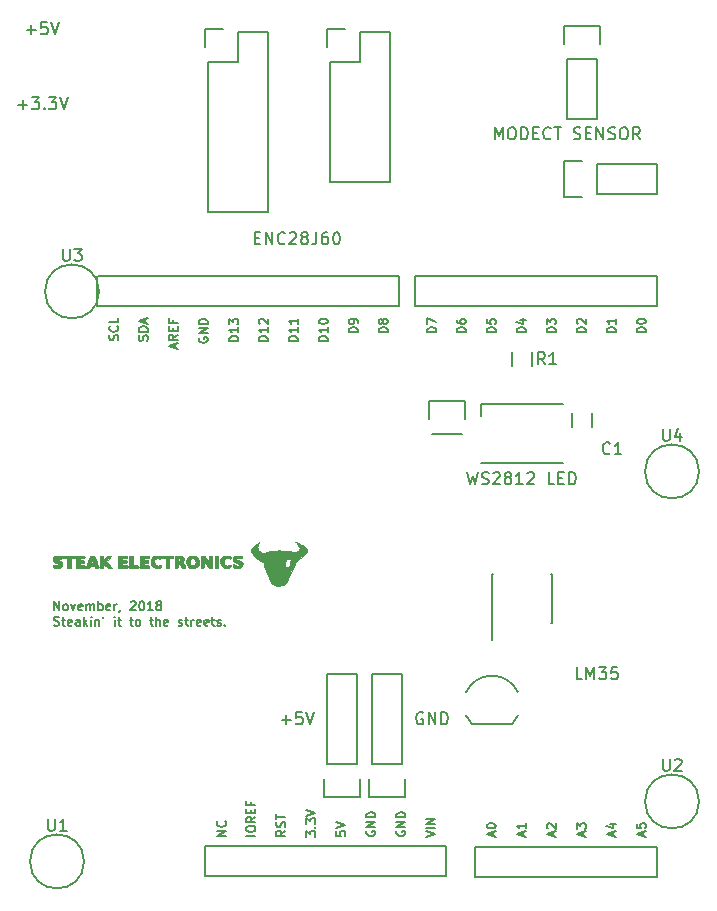
<source format=gto>
G04 #@! TF.GenerationSoftware,KiCad,Pcbnew,5.0.0-rc2*
G04 #@! TF.CreationDate,2018-11-13T00:27:13-05:00*
G04 #@! TF.ProjectId,uno,756E6F2E6B696361645F706362000000,v1.0*
G04 #@! TF.SameCoordinates,Original*
G04 #@! TF.FileFunction,Legend,Top*
G04 #@! TF.FilePolarity,Positive*
%FSLAX46Y46*%
G04 Gerber Fmt 4.6, Leading zero omitted, Abs format (unit mm)*
G04 Created by KiCad (PCBNEW 5.0.0-rc2) date Tue Nov 13 00:27:13 2018*
%MOMM*%
%LPD*%
G01*
G04 APERTURE LIST*
%ADD10C,0.152400*%
%ADD11C,0.150000*%
%ADD12C,0.010000*%
G04 APERTURE END LIST*
D10*
X34062488Y-87327014D02*
X34062488Y-86565014D01*
X34497917Y-87327014D01*
X34497917Y-86565014D01*
X34969631Y-87327014D02*
X34897059Y-87290728D01*
X34860774Y-87254442D01*
X34824488Y-87181871D01*
X34824488Y-86964157D01*
X34860774Y-86891585D01*
X34897059Y-86855300D01*
X34969631Y-86819014D01*
X35078488Y-86819014D01*
X35151060Y-86855300D01*
X35187345Y-86891585D01*
X35223631Y-86964157D01*
X35223631Y-87181871D01*
X35187345Y-87254442D01*
X35151060Y-87290728D01*
X35078488Y-87327014D01*
X34969631Y-87327014D01*
X35477631Y-86819014D02*
X35659059Y-87327014D01*
X35840488Y-86819014D01*
X36421060Y-87290728D02*
X36348488Y-87327014D01*
X36203345Y-87327014D01*
X36130774Y-87290728D01*
X36094488Y-87218157D01*
X36094488Y-86927871D01*
X36130774Y-86855300D01*
X36203345Y-86819014D01*
X36348488Y-86819014D01*
X36421060Y-86855300D01*
X36457345Y-86927871D01*
X36457345Y-87000442D01*
X36094488Y-87073014D01*
X36783917Y-87327014D02*
X36783917Y-86819014D01*
X36783917Y-86891585D02*
X36820202Y-86855300D01*
X36892774Y-86819014D01*
X37001631Y-86819014D01*
X37074202Y-86855300D01*
X37110488Y-86927871D01*
X37110488Y-87327014D01*
X37110488Y-86927871D02*
X37146774Y-86855300D01*
X37219345Y-86819014D01*
X37328202Y-86819014D01*
X37400774Y-86855300D01*
X37437060Y-86927871D01*
X37437060Y-87327014D01*
X37799917Y-87327014D02*
X37799917Y-86565014D01*
X37799917Y-86855300D02*
X37872488Y-86819014D01*
X38017631Y-86819014D01*
X38090202Y-86855300D01*
X38126488Y-86891585D01*
X38162774Y-86964157D01*
X38162774Y-87181871D01*
X38126488Y-87254442D01*
X38090202Y-87290728D01*
X38017631Y-87327014D01*
X37872488Y-87327014D01*
X37799917Y-87290728D01*
X38779631Y-87290728D02*
X38707060Y-87327014D01*
X38561917Y-87327014D01*
X38489345Y-87290728D01*
X38453060Y-87218157D01*
X38453060Y-86927871D01*
X38489345Y-86855300D01*
X38561917Y-86819014D01*
X38707060Y-86819014D01*
X38779631Y-86855300D01*
X38815917Y-86927871D01*
X38815917Y-87000442D01*
X38453060Y-87073014D01*
X39142488Y-87327014D02*
X39142488Y-86819014D01*
X39142488Y-86964157D02*
X39178774Y-86891585D01*
X39215060Y-86855300D01*
X39287631Y-86819014D01*
X39360202Y-86819014D01*
X39650488Y-87290728D02*
X39650488Y-87327014D01*
X39614202Y-87399585D01*
X39577917Y-87435871D01*
X40521345Y-86637585D02*
X40557631Y-86601300D01*
X40630202Y-86565014D01*
X40811631Y-86565014D01*
X40884202Y-86601300D01*
X40920488Y-86637585D01*
X40956774Y-86710157D01*
X40956774Y-86782728D01*
X40920488Y-86891585D01*
X40485059Y-87327014D01*
X40956774Y-87327014D01*
X41428488Y-86565014D02*
X41501059Y-86565014D01*
X41573631Y-86601300D01*
X41609917Y-86637585D01*
X41646202Y-86710157D01*
X41682488Y-86855300D01*
X41682488Y-87036728D01*
X41646202Y-87181871D01*
X41609917Y-87254442D01*
X41573631Y-87290728D01*
X41501059Y-87327014D01*
X41428488Y-87327014D01*
X41355917Y-87290728D01*
X41319631Y-87254442D01*
X41283345Y-87181871D01*
X41247059Y-87036728D01*
X41247059Y-86855300D01*
X41283345Y-86710157D01*
X41319631Y-86637585D01*
X41355917Y-86601300D01*
X41428488Y-86565014D01*
X42408202Y-87327014D02*
X41972774Y-87327014D01*
X42190488Y-87327014D02*
X42190488Y-86565014D01*
X42117917Y-86673871D01*
X42045345Y-86746442D01*
X41972774Y-86782728D01*
X42843631Y-86891585D02*
X42771059Y-86855300D01*
X42734774Y-86819014D01*
X42698488Y-86746442D01*
X42698488Y-86710157D01*
X42734774Y-86637585D01*
X42771059Y-86601300D01*
X42843631Y-86565014D01*
X42988774Y-86565014D01*
X43061345Y-86601300D01*
X43097631Y-86637585D01*
X43133917Y-86710157D01*
X43133917Y-86746442D01*
X43097631Y-86819014D01*
X43061345Y-86855300D01*
X42988774Y-86891585D01*
X42843631Y-86891585D01*
X42771059Y-86927871D01*
X42734774Y-86964157D01*
X42698488Y-87036728D01*
X42698488Y-87181871D01*
X42734774Y-87254442D01*
X42771059Y-87290728D01*
X42843631Y-87327014D01*
X42988774Y-87327014D01*
X43061345Y-87290728D01*
X43097631Y-87254442D01*
X43133917Y-87181871D01*
X43133917Y-87036728D01*
X43097631Y-86964157D01*
X43061345Y-86927871D01*
X42988774Y-86891585D01*
X34026202Y-88586128D02*
X34135060Y-88622414D01*
X34316488Y-88622414D01*
X34389060Y-88586128D01*
X34425345Y-88549842D01*
X34461631Y-88477271D01*
X34461631Y-88404700D01*
X34425345Y-88332128D01*
X34389060Y-88295842D01*
X34316488Y-88259557D01*
X34171345Y-88223271D01*
X34098774Y-88186985D01*
X34062488Y-88150700D01*
X34026202Y-88078128D01*
X34026202Y-88005557D01*
X34062488Y-87932985D01*
X34098774Y-87896700D01*
X34171345Y-87860414D01*
X34352774Y-87860414D01*
X34461631Y-87896700D01*
X34679345Y-88114414D02*
X34969631Y-88114414D01*
X34788202Y-87860414D02*
X34788202Y-88513557D01*
X34824488Y-88586128D01*
X34897060Y-88622414D01*
X34969631Y-88622414D01*
X35513917Y-88586128D02*
X35441345Y-88622414D01*
X35296202Y-88622414D01*
X35223631Y-88586128D01*
X35187345Y-88513557D01*
X35187345Y-88223271D01*
X35223631Y-88150700D01*
X35296202Y-88114414D01*
X35441345Y-88114414D01*
X35513917Y-88150700D01*
X35550202Y-88223271D01*
X35550202Y-88295842D01*
X35187345Y-88368414D01*
X36203345Y-88622414D02*
X36203345Y-88223271D01*
X36167060Y-88150700D01*
X36094488Y-88114414D01*
X35949345Y-88114414D01*
X35876774Y-88150700D01*
X36203345Y-88586128D02*
X36130774Y-88622414D01*
X35949345Y-88622414D01*
X35876774Y-88586128D01*
X35840488Y-88513557D01*
X35840488Y-88440985D01*
X35876774Y-88368414D01*
X35949345Y-88332128D01*
X36130774Y-88332128D01*
X36203345Y-88295842D01*
X36566202Y-88622414D02*
X36566202Y-87860414D01*
X36638774Y-88332128D02*
X36856488Y-88622414D01*
X36856488Y-88114414D02*
X36566202Y-88404700D01*
X37183059Y-88622414D02*
X37183059Y-88114414D01*
X37183059Y-87860414D02*
X37146774Y-87896700D01*
X37183059Y-87932985D01*
X37219345Y-87896700D01*
X37183059Y-87860414D01*
X37183059Y-87932985D01*
X37545917Y-88114414D02*
X37545917Y-88622414D01*
X37545917Y-88186985D02*
X37582202Y-88150700D01*
X37654774Y-88114414D01*
X37763631Y-88114414D01*
X37836202Y-88150700D01*
X37872488Y-88223271D01*
X37872488Y-88622414D01*
X38271631Y-87860414D02*
X38199059Y-88005557D01*
X39178774Y-88622414D02*
X39178774Y-88114414D01*
X39178774Y-87860414D02*
X39142488Y-87896700D01*
X39178774Y-87932985D01*
X39215059Y-87896700D01*
X39178774Y-87860414D01*
X39178774Y-87932985D01*
X39432774Y-88114414D02*
X39723059Y-88114414D01*
X39541631Y-87860414D02*
X39541631Y-88513557D01*
X39577917Y-88586128D01*
X39650488Y-88622414D01*
X39723059Y-88622414D01*
X40448774Y-88114414D02*
X40739059Y-88114414D01*
X40557631Y-87860414D02*
X40557631Y-88513557D01*
X40593917Y-88586128D01*
X40666488Y-88622414D01*
X40739059Y-88622414D01*
X41101917Y-88622414D02*
X41029345Y-88586128D01*
X40993060Y-88549842D01*
X40956774Y-88477271D01*
X40956774Y-88259557D01*
X40993060Y-88186985D01*
X41029345Y-88150700D01*
X41101917Y-88114414D01*
X41210774Y-88114414D01*
X41283345Y-88150700D01*
X41319631Y-88186985D01*
X41355917Y-88259557D01*
X41355917Y-88477271D01*
X41319631Y-88549842D01*
X41283345Y-88586128D01*
X41210774Y-88622414D01*
X41101917Y-88622414D01*
X42154202Y-88114414D02*
X42444488Y-88114414D01*
X42263059Y-87860414D02*
X42263059Y-88513557D01*
X42299345Y-88586128D01*
X42371917Y-88622414D01*
X42444488Y-88622414D01*
X42698488Y-88622414D02*
X42698488Y-87860414D01*
X43025059Y-88622414D02*
X43025059Y-88223271D01*
X42988774Y-88150700D01*
X42916202Y-88114414D01*
X42807345Y-88114414D01*
X42734774Y-88150700D01*
X42698488Y-88186985D01*
X43678202Y-88586128D02*
X43605631Y-88622414D01*
X43460488Y-88622414D01*
X43387917Y-88586128D01*
X43351631Y-88513557D01*
X43351631Y-88223271D01*
X43387917Y-88150700D01*
X43460488Y-88114414D01*
X43605631Y-88114414D01*
X43678202Y-88150700D01*
X43714488Y-88223271D01*
X43714488Y-88295842D01*
X43351631Y-88368414D01*
X44585345Y-88586128D02*
X44657917Y-88622414D01*
X44803059Y-88622414D01*
X44875631Y-88586128D01*
X44911917Y-88513557D01*
X44911917Y-88477271D01*
X44875631Y-88404700D01*
X44803059Y-88368414D01*
X44694202Y-88368414D01*
X44621631Y-88332128D01*
X44585345Y-88259557D01*
X44585345Y-88223271D01*
X44621631Y-88150700D01*
X44694202Y-88114414D01*
X44803059Y-88114414D01*
X44875631Y-88150700D01*
X45129631Y-88114414D02*
X45419917Y-88114414D01*
X45238488Y-87860414D02*
X45238488Y-88513557D01*
X45274774Y-88586128D01*
X45347345Y-88622414D01*
X45419917Y-88622414D01*
X45673917Y-88622414D02*
X45673917Y-88114414D01*
X45673917Y-88259557D02*
X45710202Y-88186985D01*
X45746488Y-88150700D01*
X45819059Y-88114414D01*
X45891631Y-88114414D01*
X46435917Y-88586128D02*
X46363345Y-88622414D01*
X46218202Y-88622414D01*
X46145631Y-88586128D01*
X46109345Y-88513557D01*
X46109345Y-88223271D01*
X46145631Y-88150700D01*
X46218202Y-88114414D01*
X46363345Y-88114414D01*
X46435917Y-88150700D01*
X46472202Y-88223271D01*
X46472202Y-88295842D01*
X46109345Y-88368414D01*
X47089059Y-88586128D02*
X47016488Y-88622414D01*
X46871345Y-88622414D01*
X46798774Y-88586128D01*
X46762488Y-88513557D01*
X46762488Y-88223271D01*
X46798774Y-88150700D01*
X46871345Y-88114414D01*
X47016488Y-88114414D01*
X47089059Y-88150700D01*
X47125345Y-88223271D01*
X47125345Y-88295842D01*
X46762488Y-88368414D01*
X47343059Y-88114414D02*
X47633345Y-88114414D01*
X47451917Y-87860414D02*
X47451917Y-88513557D01*
X47488202Y-88586128D01*
X47560774Y-88622414D01*
X47633345Y-88622414D01*
X47851059Y-88586128D02*
X47923631Y-88622414D01*
X48068774Y-88622414D01*
X48141345Y-88586128D01*
X48177631Y-88513557D01*
X48177631Y-88477271D01*
X48141345Y-88404700D01*
X48068774Y-88368414D01*
X47959917Y-88368414D01*
X47887345Y-88332128D01*
X47851059Y-88259557D01*
X47851059Y-88223271D01*
X47887345Y-88150700D01*
X47959917Y-88114414D01*
X48068774Y-88114414D01*
X48141345Y-88150700D01*
X48504202Y-88549842D02*
X48540488Y-88586128D01*
X48504202Y-88622414D01*
X48467917Y-88586128D01*
X48504202Y-88549842D01*
X48504202Y-88622414D01*
X30988000Y-44522571D02*
X31762095Y-44522571D01*
X31375047Y-44909619D02*
X31375047Y-44135523D01*
X32149142Y-43893619D02*
X32778095Y-43893619D01*
X32439428Y-44280666D01*
X32584571Y-44280666D01*
X32681333Y-44329047D01*
X32729714Y-44377428D01*
X32778095Y-44474190D01*
X32778095Y-44716095D01*
X32729714Y-44812857D01*
X32681333Y-44861238D01*
X32584571Y-44909619D01*
X32294285Y-44909619D01*
X32197523Y-44861238D01*
X32149142Y-44812857D01*
X33213523Y-44812857D02*
X33261904Y-44861238D01*
X33213523Y-44909619D01*
X33165142Y-44861238D01*
X33213523Y-44812857D01*
X33213523Y-44909619D01*
X33600571Y-43893619D02*
X34229523Y-43893619D01*
X33890857Y-44280666D01*
X34036000Y-44280666D01*
X34132761Y-44329047D01*
X34181142Y-44377428D01*
X34229523Y-44474190D01*
X34229523Y-44716095D01*
X34181142Y-44812857D01*
X34132761Y-44861238D01*
X34036000Y-44909619D01*
X33745714Y-44909619D01*
X33648952Y-44861238D01*
X33600571Y-44812857D01*
X34519809Y-43893619D02*
X34858476Y-44909619D01*
X35197142Y-43893619D01*
X31713714Y-38172571D02*
X32487809Y-38172571D01*
X32100761Y-38559619D02*
X32100761Y-37785523D01*
X33455428Y-37543619D02*
X32971619Y-37543619D01*
X32923238Y-38027428D01*
X32971619Y-37979047D01*
X33068380Y-37930666D01*
X33310285Y-37930666D01*
X33407047Y-37979047D01*
X33455428Y-38027428D01*
X33503809Y-38124190D01*
X33503809Y-38366095D01*
X33455428Y-38462857D01*
X33407047Y-38511238D01*
X33310285Y-38559619D01*
X33068380Y-38559619D01*
X32971619Y-38511238D01*
X32923238Y-38462857D01*
X33794095Y-37543619D02*
X34132761Y-38559619D01*
X34471428Y-37543619D01*
X69039619Y-75643619D02*
X69281523Y-76659619D01*
X69475047Y-75933904D01*
X69668571Y-76659619D01*
X69910476Y-75643619D01*
X70249142Y-76611238D02*
X70394285Y-76659619D01*
X70636190Y-76659619D01*
X70732952Y-76611238D01*
X70781333Y-76562857D01*
X70829714Y-76466095D01*
X70829714Y-76369333D01*
X70781333Y-76272571D01*
X70732952Y-76224190D01*
X70636190Y-76175809D01*
X70442666Y-76127428D01*
X70345904Y-76079047D01*
X70297523Y-76030666D01*
X70249142Y-75933904D01*
X70249142Y-75837142D01*
X70297523Y-75740380D01*
X70345904Y-75692000D01*
X70442666Y-75643619D01*
X70684571Y-75643619D01*
X70829714Y-75692000D01*
X71216761Y-75740380D02*
X71265142Y-75692000D01*
X71361904Y-75643619D01*
X71603809Y-75643619D01*
X71700571Y-75692000D01*
X71748952Y-75740380D01*
X71797333Y-75837142D01*
X71797333Y-75933904D01*
X71748952Y-76079047D01*
X71168380Y-76659619D01*
X71797333Y-76659619D01*
X72377904Y-76079047D02*
X72281142Y-76030666D01*
X72232761Y-75982285D01*
X72184380Y-75885523D01*
X72184380Y-75837142D01*
X72232761Y-75740380D01*
X72281142Y-75692000D01*
X72377904Y-75643619D01*
X72571428Y-75643619D01*
X72668190Y-75692000D01*
X72716571Y-75740380D01*
X72764952Y-75837142D01*
X72764952Y-75885523D01*
X72716571Y-75982285D01*
X72668190Y-76030666D01*
X72571428Y-76079047D01*
X72377904Y-76079047D01*
X72281142Y-76127428D01*
X72232761Y-76175809D01*
X72184380Y-76272571D01*
X72184380Y-76466095D01*
X72232761Y-76562857D01*
X72281142Y-76611238D01*
X72377904Y-76659619D01*
X72571428Y-76659619D01*
X72668190Y-76611238D01*
X72716571Y-76562857D01*
X72764952Y-76466095D01*
X72764952Y-76272571D01*
X72716571Y-76175809D01*
X72668190Y-76127428D01*
X72571428Y-76079047D01*
X73732571Y-76659619D02*
X73152000Y-76659619D01*
X73442285Y-76659619D02*
X73442285Y-75643619D01*
X73345523Y-75788761D01*
X73248761Y-75885523D01*
X73152000Y-75933904D01*
X74119619Y-75740380D02*
X74168000Y-75692000D01*
X74264761Y-75643619D01*
X74506666Y-75643619D01*
X74603428Y-75692000D01*
X74651809Y-75740380D01*
X74700190Y-75837142D01*
X74700190Y-75933904D01*
X74651809Y-76079047D01*
X74071238Y-76659619D01*
X74700190Y-76659619D01*
X76393523Y-76659619D02*
X75909714Y-76659619D01*
X75909714Y-75643619D01*
X76732190Y-76127428D02*
X77070857Y-76127428D01*
X77216000Y-76659619D02*
X76732190Y-76659619D01*
X76732190Y-75643619D01*
X77216000Y-75643619D01*
X77651428Y-76659619D02*
X77651428Y-75643619D01*
X77893333Y-75643619D01*
X78038476Y-75692000D01*
X78135238Y-75788761D01*
X78183619Y-75885523D01*
X78232000Y-76079047D01*
X78232000Y-76224190D01*
X78183619Y-76417714D01*
X78135238Y-76514476D01*
X78038476Y-76611238D01*
X77893333Y-76659619D01*
X77651428Y-76659619D01*
X78776285Y-93169619D02*
X78292476Y-93169619D01*
X78292476Y-92153619D01*
X79114952Y-93169619D02*
X79114952Y-92153619D01*
X79453619Y-92879333D01*
X79792285Y-92153619D01*
X79792285Y-93169619D01*
X80179333Y-92153619D02*
X80808285Y-92153619D01*
X80469619Y-92540666D01*
X80614761Y-92540666D01*
X80711523Y-92589047D01*
X80759904Y-92637428D01*
X80808285Y-92734190D01*
X80808285Y-92976095D01*
X80759904Y-93072857D01*
X80711523Y-93121238D01*
X80614761Y-93169619D01*
X80324476Y-93169619D01*
X80227714Y-93121238D01*
X80179333Y-93072857D01*
X81727523Y-92153619D02*
X81243714Y-92153619D01*
X81195333Y-92637428D01*
X81243714Y-92589047D01*
X81340476Y-92540666D01*
X81582380Y-92540666D01*
X81679142Y-92589047D01*
X81727523Y-92637428D01*
X81775904Y-92734190D01*
X81775904Y-92976095D01*
X81727523Y-93072857D01*
X81679142Y-93121238D01*
X81582380Y-93169619D01*
X81340476Y-93169619D01*
X81243714Y-93121238D01*
X81195333Y-93072857D01*
X65265904Y-96012000D02*
X65169142Y-95963619D01*
X65023999Y-95963619D01*
X64878857Y-96012000D01*
X64782095Y-96108761D01*
X64733714Y-96205523D01*
X64685333Y-96399047D01*
X64685333Y-96544190D01*
X64733714Y-96737714D01*
X64782095Y-96834476D01*
X64878857Y-96931238D01*
X65023999Y-96979619D01*
X65120761Y-96979619D01*
X65265904Y-96931238D01*
X65314285Y-96882857D01*
X65314285Y-96544190D01*
X65120761Y-96544190D01*
X65749714Y-96979619D02*
X65749714Y-95963619D01*
X66330285Y-96979619D01*
X66330285Y-95963619D01*
X66814095Y-96979619D02*
X66814095Y-95963619D01*
X67055999Y-95963619D01*
X67201142Y-96012000D01*
X67297904Y-96108761D01*
X67346285Y-96205523D01*
X67394666Y-96399047D01*
X67394666Y-96544190D01*
X67346285Y-96737714D01*
X67297904Y-96834476D01*
X67201142Y-96931238D01*
X67055999Y-96979619D01*
X66814095Y-96979619D01*
X53303714Y-96592571D02*
X54077809Y-96592571D01*
X53690761Y-96979619D02*
X53690761Y-96205523D01*
X55045428Y-95963619D02*
X54561619Y-95963619D01*
X54513238Y-96447428D01*
X54561619Y-96399047D01*
X54658380Y-96350666D01*
X54900285Y-96350666D01*
X54997047Y-96399047D01*
X55045428Y-96447428D01*
X55093809Y-96544190D01*
X55093809Y-96786095D01*
X55045428Y-96882857D01*
X54997047Y-96931238D01*
X54900285Y-96979619D01*
X54658380Y-96979619D01*
X54561619Y-96931238D01*
X54513238Y-96882857D01*
X55384095Y-95963619D02*
X55722761Y-96979619D01*
X56061428Y-95963619D01*
X71349809Y-47449619D02*
X71349809Y-46433619D01*
X71688476Y-47159333D01*
X72027142Y-46433619D01*
X72027142Y-47449619D01*
X72704476Y-46433619D02*
X72897999Y-46433619D01*
X72994761Y-46482000D01*
X73091523Y-46578761D01*
X73139904Y-46772285D01*
X73139904Y-47110952D01*
X73091523Y-47304476D01*
X72994761Y-47401238D01*
X72897999Y-47449619D01*
X72704476Y-47449619D01*
X72607714Y-47401238D01*
X72510952Y-47304476D01*
X72462571Y-47110952D01*
X72462571Y-46772285D01*
X72510952Y-46578761D01*
X72607714Y-46482000D01*
X72704476Y-46433619D01*
X73575333Y-47449619D02*
X73575333Y-46433619D01*
X73817238Y-46433619D01*
X73962380Y-46482000D01*
X74059142Y-46578761D01*
X74107523Y-46675523D01*
X74155904Y-46869047D01*
X74155904Y-47014190D01*
X74107523Y-47207714D01*
X74059142Y-47304476D01*
X73962380Y-47401238D01*
X73817238Y-47449619D01*
X73575333Y-47449619D01*
X74591333Y-46917428D02*
X74929999Y-46917428D01*
X75075142Y-47449619D02*
X74591333Y-47449619D01*
X74591333Y-46433619D01*
X75075142Y-46433619D01*
X76091142Y-47352857D02*
X76042761Y-47401238D01*
X75897619Y-47449619D01*
X75800857Y-47449619D01*
X75655714Y-47401238D01*
X75558952Y-47304476D01*
X75510571Y-47207714D01*
X75462190Y-47014190D01*
X75462190Y-46869047D01*
X75510571Y-46675523D01*
X75558952Y-46578761D01*
X75655714Y-46482000D01*
X75800857Y-46433619D01*
X75897619Y-46433619D01*
X76042761Y-46482000D01*
X76091142Y-46530380D01*
X76381428Y-46433619D02*
X76961999Y-46433619D01*
X76671714Y-47449619D02*
X76671714Y-46433619D01*
X78026380Y-47401238D02*
X78171523Y-47449619D01*
X78413428Y-47449619D01*
X78510190Y-47401238D01*
X78558571Y-47352857D01*
X78606952Y-47256095D01*
X78606952Y-47159333D01*
X78558571Y-47062571D01*
X78510190Y-47014190D01*
X78413428Y-46965809D01*
X78219904Y-46917428D01*
X78123142Y-46869047D01*
X78074761Y-46820666D01*
X78026380Y-46723904D01*
X78026380Y-46627142D01*
X78074761Y-46530380D01*
X78123142Y-46482000D01*
X78219904Y-46433619D01*
X78461809Y-46433619D01*
X78606952Y-46482000D01*
X79042380Y-46917428D02*
X79381047Y-46917428D01*
X79526190Y-47449619D02*
X79042380Y-47449619D01*
X79042380Y-46433619D01*
X79526190Y-46433619D01*
X79961619Y-47449619D02*
X79961619Y-46433619D01*
X80542190Y-47449619D01*
X80542190Y-46433619D01*
X80977619Y-47401238D02*
X81122761Y-47449619D01*
X81364666Y-47449619D01*
X81461428Y-47401238D01*
X81509809Y-47352857D01*
X81558190Y-47256095D01*
X81558190Y-47159333D01*
X81509809Y-47062571D01*
X81461428Y-47014190D01*
X81364666Y-46965809D01*
X81171142Y-46917428D01*
X81074380Y-46869047D01*
X81025999Y-46820666D01*
X80977619Y-46723904D01*
X80977619Y-46627142D01*
X81025999Y-46530380D01*
X81074380Y-46482000D01*
X81171142Y-46433619D01*
X81413047Y-46433619D01*
X81558190Y-46482000D01*
X82187142Y-46433619D02*
X82380666Y-46433619D01*
X82477428Y-46482000D01*
X82574190Y-46578761D01*
X82622571Y-46772285D01*
X82622571Y-47110952D01*
X82574190Y-47304476D01*
X82477428Y-47401238D01*
X82380666Y-47449619D01*
X82187142Y-47449619D01*
X82090380Y-47401238D01*
X81993619Y-47304476D01*
X81945238Y-47110952D01*
X81945238Y-46772285D01*
X81993619Y-46578761D01*
X82090380Y-46482000D01*
X82187142Y-46433619D01*
X83638571Y-47449619D02*
X83299904Y-46965809D01*
X83057999Y-47449619D02*
X83057999Y-46433619D01*
X83445047Y-46433619D01*
X83541809Y-46482000D01*
X83590190Y-46530380D01*
X83638571Y-46627142D01*
X83638571Y-46772285D01*
X83590190Y-46869047D01*
X83541809Y-46917428D01*
X83445047Y-46965809D01*
X83057999Y-46965809D01*
X51029809Y-55807428D02*
X51368476Y-55807428D01*
X51513619Y-56339619D02*
X51029809Y-56339619D01*
X51029809Y-55323619D01*
X51513619Y-55323619D01*
X51949047Y-56339619D02*
X51949047Y-55323619D01*
X52529619Y-56339619D01*
X52529619Y-55323619D01*
X53593999Y-56242857D02*
X53545619Y-56291238D01*
X53400476Y-56339619D01*
X53303714Y-56339619D01*
X53158571Y-56291238D01*
X53061809Y-56194476D01*
X53013428Y-56097714D01*
X52965047Y-55904190D01*
X52965047Y-55759047D01*
X53013428Y-55565523D01*
X53061809Y-55468761D01*
X53158571Y-55372000D01*
X53303714Y-55323619D01*
X53400476Y-55323619D01*
X53545619Y-55372000D01*
X53593999Y-55420380D01*
X53981047Y-55420380D02*
X54029428Y-55372000D01*
X54126190Y-55323619D01*
X54368095Y-55323619D01*
X54464857Y-55372000D01*
X54513238Y-55420380D01*
X54561619Y-55517142D01*
X54561619Y-55613904D01*
X54513238Y-55759047D01*
X53932666Y-56339619D01*
X54561619Y-56339619D01*
X55142190Y-55759047D02*
X55045428Y-55710666D01*
X54997047Y-55662285D01*
X54948666Y-55565523D01*
X54948666Y-55517142D01*
X54997047Y-55420380D01*
X55045428Y-55372000D01*
X55142190Y-55323619D01*
X55335714Y-55323619D01*
X55432476Y-55372000D01*
X55480857Y-55420380D01*
X55529238Y-55517142D01*
X55529238Y-55565523D01*
X55480857Y-55662285D01*
X55432476Y-55710666D01*
X55335714Y-55759047D01*
X55142190Y-55759047D01*
X55045428Y-55807428D01*
X54997047Y-55855809D01*
X54948666Y-55952571D01*
X54948666Y-56146095D01*
X54997047Y-56242857D01*
X55045428Y-56291238D01*
X55142190Y-56339619D01*
X55335714Y-56339619D01*
X55432476Y-56291238D01*
X55480857Y-56242857D01*
X55529238Y-56146095D01*
X55529238Y-55952571D01*
X55480857Y-55855809D01*
X55432476Y-55807428D01*
X55335714Y-55759047D01*
X56254952Y-55323619D02*
X56254952Y-56049333D01*
X56206571Y-56194476D01*
X56109809Y-56291238D01*
X55964666Y-56339619D01*
X55867904Y-56339619D01*
X57174190Y-55323619D02*
X56980666Y-55323619D01*
X56883904Y-55372000D01*
X56835523Y-55420380D01*
X56738761Y-55565523D01*
X56690380Y-55759047D01*
X56690380Y-56146095D01*
X56738761Y-56242857D01*
X56787142Y-56291238D01*
X56883904Y-56339619D01*
X57077428Y-56339619D01*
X57174190Y-56291238D01*
X57222571Y-56242857D01*
X57270952Y-56146095D01*
X57270952Y-55904190D01*
X57222571Y-55807428D01*
X57174190Y-55759047D01*
X57077428Y-55710666D01*
X56883904Y-55710666D01*
X56787142Y-55759047D01*
X56738761Y-55807428D01*
X56690380Y-55904190D01*
X57899904Y-55323619D02*
X57996666Y-55323619D01*
X58093428Y-55372000D01*
X58141809Y-55420380D01*
X58190190Y-55517142D01*
X58238571Y-55710666D01*
X58238571Y-55952571D01*
X58190190Y-56146095D01*
X58141809Y-56242857D01*
X58093428Y-56291238D01*
X57996666Y-56339619D01*
X57899904Y-56339619D01*
X57803142Y-56291238D01*
X57754761Y-56242857D01*
X57706380Y-56146095D01*
X57657999Y-55952571D01*
X57657999Y-55710666D01*
X57706380Y-55517142D01*
X57754761Y-55420380D01*
X57803142Y-55372000D01*
X57899904Y-55323619D01*
D11*
G04 #@! TO.C,U5*
X46837600Y-109855000D02*
X67259200Y-109855000D01*
X67259200Y-109855000D02*
X67259200Y-107315000D01*
X67259200Y-107315000D02*
X46837600Y-107315000D01*
X46837600Y-109855000D02*
X46837600Y-107315000D01*
X85064600Y-107340400D02*
X69723000Y-107340400D01*
X85064600Y-109880400D02*
X85064600Y-107340400D01*
X69723000Y-109880400D02*
X85064600Y-109880400D01*
X69723000Y-109880400D02*
X69723000Y-107340400D01*
X85064600Y-61595000D02*
X85064600Y-59055000D01*
X85064600Y-59055000D02*
X64643000Y-59055000D01*
X64643000Y-61595000D02*
X64643000Y-59055000D01*
X64643000Y-61595000D02*
X85064600Y-61595000D01*
X63220600Y-59055000D02*
X37744400Y-59055000D01*
X37744400Y-61595000D02*
X63220600Y-61595000D01*
X63220600Y-61595000D02*
X63220600Y-59055000D01*
X37719000Y-61595000D02*
X37719000Y-59055000D01*
G04 #@! TO.C,U1*
X36576000Y-108585000D02*
G75*
G03X36576000Y-108585000I-2286000J0D01*
G01*
G04 #@! TO.C,U2*
X88646000Y-103505000D02*
G75*
G03X88646000Y-103505000I-2286000J0D01*
G01*
G04 #@! TO.C,U3*
X37846000Y-60325000D02*
G75*
G03X37846000Y-60325000I-2286000J0D01*
G01*
G04 #@! TO.C,U4*
X88646000Y-75565000D02*
G75*
G03X88646000Y-75565000I-2286000J0D01*
G01*
G04 #@! TO.C,LED1*
X70160000Y-74890000D02*
X77160000Y-74890000D01*
X70160000Y-70840000D02*
X70160000Y-69840000D01*
X70160000Y-69840000D02*
X77160000Y-69840000D01*
G04 #@! TO.C,P1*
X59970000Y-103150000D02*
X56870000Y-103150000D01*
X59970000Y-101600000D02*
X59970000Y-103150000D01*
X57150000Y-100330000D02*
X59690000Y-100330000D01*
X59690000Y-92710000D02*
X57150000Y-92710000D01*
X56870000Y-103150000D02*
X56870000Y-101600000D01*
X57150000Y-100330000D02*
X57150000Y-92710000D01*
X59690000Y-100330000D02*
X59690000Y-92710000D01*
G04 #@! TO.C,P2*
X62472333Y-38369500D02*
X62472333Y-51069500D01*
X62472333Y-51069500D02*
X57392333Y-51069500D01*
X57392333Y-51069500D02*
X57392333Y-40909500D01*
X62472333Y-38369500D02*
X59932333Y-38369500D01*
X58662333Y-38089500D02*
X57112333Y-38089500D01*
X59932333Y-38369500D02*
X59932333Y-40909500D01*
X59932333Y-40909500D02*
X57392333Y-40909500D01*
X57112333Y-38089500D02*
X57112333Y-39639500D01*
G04 #@! TO.C,P5*
X63500000Y-100330000D02*
X63500000Y-92710000D01*
X60960000Y-100330000D02*
X60960000Y-92710000D01*
X60680000Y-103150000D02*
X60680000Y-101600000D01*
X63500000Y-92710000D02*
X60960000Y-92710000D01*
X60960000Y-100330000D02*
X63500000Y-100330000D01*
X63780000Y-101600000D02*
X63780000Y-103150000D01*
X63780000Y-103150000D02*
X60680000Y-103150000D01*
G04 #@! TO.C,P6*
X68860000Y-69570000D02*
X68860000Y-71120000D01*
X65760000Y-71120000D02*
X65760000Y-69570000D01*
X65760000Y-69570000D02*
X68860000Y-69570000D01*
X66040000Y-72390000D02*
X68580000Y-72390000D01*
G04 #@! TO.C,P7*
X52152333Y-53609500D02*
X52152333Y-38369500D01*
X47072333Y-40909500D02*
X47072333Y-53609500D01*
X52152333Y-53609500D02*
X47072333Y-53609500D01*
X52152333Y-38369500D02*
X49612333Y-38369500D01*
X48342333Y-38089500D02*
X46792333Y-38089500D01*
X49612333Y-38369500D02*
X49612333Y-40909500D01*
X49612333Y-40909500D02*
X47072333Y-40909500D01*
X46792333Y-38089500D02*
X46792333Y-39639500D01*
G04 #@! TO.C,P8*
X77190000Y-37820000D02*
X80290000Y-37820000D01*
X77190000Y-39370000D02*
X77190000Y-37820000D01*
X80010000Y-40640000D02*
X77470000Y-40640000D01*
X80290000Y-37820000D02*
X80290000Y-39370000D01*
X80010000Y-45720000D02*
X80010000Y-40640000D01*
X77470000Y-45720000D02*
X80010000Y-45720000D01*
X77470000Y-40640000D02*
X77470000Y-45720000D01*
G04 #@! TO.C,P9*
X80010000Y-52070000D02*
X85090000Y-52070000D01*
X85090000Y-52070000D02*
X85090000Y-49530000D01*
X85090000Y-49530000D02*
X80010000Y-49530000D01*
X77190000Y-49250000D02*
X78740000Y-49250000D01*
X80010000Y-49530000D02*
X80010000Y-52070000D01*
X78740000Y-52350000D02*
X77190000Y-52350000D01*
X77190000Y-52350000D02*
X77190000Y-49250000D01*
G04 #@! TO.C,P10*
X68932305Y-96246990D02*
G75*
G03X69420000Y-96950000I2187695J996990D01*
G01*
X73307695Y-96246990D02*
G75*
G02X72820000Y-96950000I-2187695J996990D01*
G01*
X69420000Y-96950000D02*
X72820000Y-96950000D01*
X68935121Y-94256873D02*
G75*
G02X71120000Y-92850000I2184879J-993127D01*
G01*
X73304879Y-94256873D02*
G75*
G03X71120000Y-92850000I-2184879J-993127D01*
G01*
G04 #@! TO.C,U6*
X71085000Y-88435000D02*
X71135000Y-88435000D01*
X71085000Y-84285000D02*
X71230000Y-84285000D01*
X76235000Y-84285000D02*
X76090000Y-84285000D01*
X76235000Y-88435000D02*
X76090000Y-88435000D01*
X71085000Y-88435000D02*
X71085000Y-84285000D01*
X76235000Y-88435000D02*
X76235000Y-84285000D01*
X71135000Y-88435000D02*
X71135000Y-89835000D01*
G04 #@! TO.C,C1*
X77865000Y-71800000D02*
X77865000Y-70600000D01*
X79615000Y-70600000D02*
X79615000Y-71800000D01*
G04 #@! TO.C,R1*
X72785000Y-66640000D02*
X72785000Y-65440000D01*
X74535000Y-65440000D02*
X74535000Y-66640000D01*
D12*
G04 #@! TO.C,G\002A\002A\002A*
G36*
X49805457Y-82701065D02*
X49919637Y-82738149D01*
X49962911Y-82805057D01*
X49960052Y-82855716D01*
X49913764Y-82921496D01*
X49851599Y-82922683D01*
X49667596Y-82898325D01*
X49536097Y-82913661D01*
X49472689Y-82966570D01*
X49470549Y-82974549D01*
X49486414Y-83034801D01*
X49574041Y-83073811D01*
X49619886Y-83083674D01*
X49817334Y-83149692D01*
X49948151Y-83253398D01*
X50005787Y-83381920D01*
X49983694Y-83522381D01*
X49901554Y-83637372D01*
X49755291Y-83722541D01*
X49544636Y-83747897D01*
X49287546Y-83718136D01*
X49209528Y-83678784D01*
X49184069Y-83584767D01*
X49183636Y-83562169D01*
X49183636Y-83426215D01*
X49356282Y-83498351D01*
X49508479Y-83541729D01*
X49634840Y-83541974D01*
X49714295Y-83502419D01*
X49729097Y-83439367D01*
X49672647Y-83374537D01*
X49542354Y-83326581D01*
X49532071Y-83324366D01*
X49333836Y-83254336D01*
X49218018Y-83143402D01*
X49183636Y-83004661D01*
X49221011Y-82846224D01*
X49332630Y-82742251D01*
X49517731Y-82693304D01*
X49610818Y-82689253D01*
X49805457Y-82701065D01*
X49805457Y-82701065D01*
G37*
X49805457Y-82701065D02*
X49919637Y-82738149D01*
X49962911Y-82805057D01*
X49960052Y-82855716D01*
X49913764Y-82921496D01*
X49851599Y-82922683D01*
X49667596Y-82898325D01*
X49536097Y-82913661D01*
X49472689Y-82966570D01*
X49470549Y-82974549D01*
X49486414Y-83034801D01*
X49574041Y-83073811D01*
X49619886Y-83083674D01*
X49817334Y-83149692D01*
X49948151Y-83253398D01*
X50005787Y-83381920D01*
X49983694Y-83522381D01*
X49901554Y-83637372D01*
X49755291Y-83722541D01*
X49544636Y-83747897D01*
X49287546Y-83718136D01*
X49209528Y-83678784D01*
X49184069Y-83584767D01*
X49183636Y-83562169D01*
X49183636Y-83426215D01*
X49356282Y-83498351D01*
X49508479Y-83541729D01*
X49634840Y-83541974D01*
X49714295Y-83502419D01*
X49729097Y-83439367D01*
X49672647Y-83374537D01*
X49542354Y-83326581D01*
X49532071Y-83324366D01*
X49333836Y-83254336D01*
X49218018Y-83143402D01*
X49183636Y-83004661D01*
X49221011Y-82846224D01*
X49332630Y-82742251D01*
X49517731Y-82693304D01*
X49610818Y-82689253D01*
X49805457Y-82701065D01*
G36*
X48813286Y-82696271D02*
X48929069Y-82724269D01*
X48985533Y-82779772D01*
X48998909Y-82858235D01*
X48986919Y-82938521D01*
X48933315Y-82947389D01*
X48895000Y-82935596D01*
X48695686Y-82898199D01*
X48540501Y-82934897D01*
X48438507Y-83040407D01*
X48398764Y-83209444D01*
X48398546Y-83225165D01*
X48433977Y-83379829D01*
X48525603Y-83493135D01*
X48651424Y-83549169D01*
X48789440Y-83532014D01*
X48809401Y-83522377D01*
X48924017Y-83477812D01*
X48983707Y-83502039D01*
X48998909Y-83583705D01*
X48964436Y-83684285D01*
X48895000Y-83721620D01*
X48703643Y-83747872D01*
X48505148Y-83736245D01*
X48352364Y-83691955D01*
X48257784Y-83613651D01*
X48168361Y-83491676D01*
X48151328Y-83459719D01*
X48091399Y-83242798D01*
X48121284Y-83032480D01*
X48238691Y-82842270D01*
X48259844Y-82820143D01*
X48361722Y-82736177D01*
X48472209Y-82697465D01*
X48622125Y-82688546D01*
X48813286Y-82696271D01*
X48813286Y-82696271D01*
G37*
X48813286Y-82696271D02*
X48929069Y-82724269D01*
X48985533Y-82779772D01*
X48998909Y-82858235D01*
X48986919Y-82938521D01*
X48933315Y-82947389D01*
X48895000Y-82935596D01*
X48695686Y-82898199D01*
X48540501Y-82934897D01*
X48438507Y-83040407D01*
X48398764Y-83209444D01*
X48398546Y-83225165D01*
X48433977Y-83379829D01*
X48525603Y-83493135D01*
X48651424Y-83549169D01*
X48789440Y-83532014D01*
X48809401Y-83522377D01*
X48924017Y-83477812D01*
X48983707Y-83502039D01*
X48998909Y-83583705D01*
X48964436Y-83684285D01*
X48895000Y-83721620D01*
X48703643Y-83747872D01*
X48505148Y-83736245D01*
X48352364Y-83691955D01*
X48257784Y-83613651D01*
X48168361Y-83491676D01*
X48151328Y-83459719D01*
X48091399Y-83242798D01*
X48121284Y-83032480D01*
X48238691Y-82842270D01*
X48259844Y-82820143D01*
X48361722Y-82736177D01*
X48472209Y-82697465D01*
X48622125Y-82688546D01*
X48813286Y-82696271D01*
G36*
X47936727Y-83750728D02*
X47805879Y-83750728D01*
X47704630Y-83744715D01*
X47655788Y-83731671D01*
X47649279Y-83680609D01*
X47646347Y-83556727D01*
X47647167Y-83379506D01*
X47650972Y-83200580D01*
X47665398Y-82688546D01*
X47936727Y-82688546D01*
X47936727Y-83750728D01*
X47936727Y-83750728D01*
G37*
X47936727Y-83750728D02*
X47805879Y-83750728D01*
X47704630Y-83744715D01*
X47655788Y-83731671D01*
X47649279Y-83680609D01*
X47646347Y-83556727D01*
X47647167Y-83379506D01*
X47650972Y-83200580D01*
X47665398Y-82688546D01*
X47936727Y-82688546D01*
X47936727Y-83750728D01*
G36*
X46736472Y-82695293D02*
X46798257Y-82727184D01*
X46858678Y-82801695D01*
X46935393Y-82936298D01*
X46967396Y-82997080D01*
X47128546Y-83305614D01*
X47142201Y-82997080D01*
X47151019Y-82833130D01*
X47165861Y-82740855D01*
X47196749Y-82699654D01*
X47253705Y-82688923D01*
X47292292Y-82688546D01*
X47428727Y-82688546D01*
X47428727Y-83756303D01*
X47262939Y-83741970D01*
X47175376Y-83728146D01*
X47109217Y-83692707D01*
X47046316Y-83617643D01*
X46968525Y-83484947D01*
X46928120Y-83409717D01*
X46759091Y-83091798D01*
X46745522Y-83421263D01*
X46736597Y-83592239D01*
X46722322Y-83690773D01*
X46695028Y-83736757D01*
X46647049Y-83750084D01*
X46618522Y-83750728D01*
X46505091Y-83750728D01*
X46505091Y-82688546D01*
X46655669Y-82688546D01*
X46736472Y-82695293D01*
X46736472Y-82695293D01*
G37*
X46736472Y-82695293D02*
X46798257Y-82727184D01*
X46858678Y-82801695D01*
X46935393Y-82936298D01*
X46967396Y-82997080D01*
X47128546Y-83305614D01*
X47142201Y-82997080D01*
X47151019Y-82833130D01*
X47165861Y-82740855D01*
X47196749Y-82699654D01*
X47253705Y-82688923D01*
X47292292Y-82688546D01*
X47428727Y-82688546D01*
X47428727Y-83756303D01*
X47262939Y-83741970D01*
X47175376Y-83728146D01*
X47109217Y-83692707D01*
X47046316Y-83617643D01*
X46968525Y-83484947D01*
X46928120Y-83409717D01*
X46759091Y-83091798D01*
X46745522Y-83421263D01*
X46736597Y-83592239D01*
X46722322Y-83690773D01*
X46695028Y-83736757D01*
X46647049Y-83750084D01*
X46618522Y-83750728D01*
X46505091Y-83750728D01*
X46505091Y-82688546D01*
X46655669Y-82688546D01*
X46736472Y-82695293D01*
G36*
X45932439Y-82695752D02*
X46040705Y-82724818D01*
X46128238Y-82786915D01*
X46151308Y-82809176D01*
X46260627Y-82973053D01*
X46308676Y-83166489D01*
X46297131Y-83363731D01*
X46227669Y-83539026D01*
X46101965Y-83666618D01*
X46095247Y-83670687D01*
X45924062Y-83730530D01*
X45718208Y-83745192D01*
X45524970Y-83712085D01*
X45500928Y-83703215D01*
X45366851Y-83603998D01*
X45270907Y-83446801D01*
X45223172Y-83261642D01*
X45226880Y-83197288D01*
X45531656Y-83197288D01*
X45554907Y-83363551D01*
X45584523Y-83433188D01*
X45667315Y-83505186D01*
X45782985Y-83516245D01*
X45899594Y-83471225D01*
X45985203Y-83374989D01*
X45986668Y-83371974D01*
X46023006Y-83203792D01*
X45980249Y-83046384D01*
X45875964Y-82934583D01*
X45788258Y-82888832D01*
X45715563Y-82899801D01*
X45650727Y-82938299D01*
X45565053Y-83044646D01*
X45531656Y-83197288D01*
X45226880Y-83197288D01*
X45233723Y-83078538D01*
X45263953Y-82997237D01*
X45372305Y-82827168D01*
X45496916Y-82731289D01*
X45666157Y-82692223D01*
X45767934Y-82688546D01*
X45932439Y-82695752D01*
X45932439Y-82695752D01*
G37*
X45932439Y-82695752D02*
X46040705Y-82724818D01*
X46128238Y-82786915D01*
X46151308Y-82809176D01*
X46260627Y-82973053D01*
X46308676Y-83166489D01*
X46297131Y-83363731D01*
X46227669Y-83539026D01*
X46101965Y-83666618D01*
X46095247Y-83670687D01*
X45924062Y-83730530D01*
X45718208Y-83745192D01*
X45524970Y-83712085D01*
X45500928Y-83703215D01*
X45366851Y-83603998D01*
X45270907Y-83446801D01*
X45223172Y-83261642D01*
X45226880Y-83197288D01*
X45531656Y-83197288D01*
X45554907Y-83363551D01*
X45584523Y-83433188D01*
X45667315Y-83505186D01*
X45782985Y-83516245D01*
X45899594Y-83471225D01*
X45985203Y-83374989D01*
X45986668Y-83371974D01*
X46023006Y-83203792D01*
X45980249Y-83046384D01*
X45875964Y-82934583D01*
X45788258Y-82888832D01*
X45715563Y-82899801D01*
X45650727Y-82938299D01*
X45565053Y-83044646D01*
X45531656Y-83197288D01*
X45226880Y-83197288D01*
X45233723Y-83078538D01*
X45263953Y-82997237D01*
X45372305Y-82827168D01*
X45496916Y-82731289D01*
X45666157Y-82692223D01*
X45767934Y-82688546D01*
X45932439Y-82695752D01*
G36*
X44735644Y-82691909D02*
X44844090Y-82707302D01*
X44914616Y-82742682D01*
X44974402Y-82806005D01*
X44977739Y-82810228D01*
X45043817Y-82910040D01*
X45073347Y-82985896D01*
X45073455Y-82988728D01*
X45046826Y-83061804D01*
X44982280Y-83161391D01*
X44977739Y-83167227D01*
X44925559Y-83247825D01*
X44921589Y-83287920D01*
X44926471Y-83288910D01*
X44964653Y-83326144D01*
X45023966Y-83417928D01*
X45088090Y-83534379D01*
X45140705Y-83645617D01*
X45165489Y-83721761D01*
X45165818Y-83727133D01*
X45125264Y-83742959D01*
X45026006Y-83750600D01*
X45009785Y-83750728D01*
X44892938Y-83735429D01*
X44825016Y-83671473D01*
X44794734Y-83608249D01*
X44715857Y-83460976D01*
X44628042Y-83363168D01*
X44562156Y-83335091D01*
X44536580Y-83376375D01*
X44521239Y-83480824D01*
X44519273Y-83542910D01*
X44515257Y-83670700D01*
X44492068Y-83731226D01*
X44432995Y-83749553D01*
X44380727Y-83750728D01*
X44242182Y-83750728D01*
X44242182Y-83034910D01*
X44519273Y-83034910D01*
X44546824Y-83127632D01*
X44614578Y-83146512D01*
X44700182Y-83085664D01*
X44702321Y-83083114D01*
X44734820Y-82996383D01*
X44687531Y-82935286D01*
X44608911Y-82919455D01*
X44538205Y-82947991D01*
X44519273Y-83034910D01*
X44242182Y-83034910D01*
X44242182Y-82688546D01*
X44562103Y-82688546D01*
X44735644Y-82691909D01*
X44735644Y-82691909D01*
G37*
X44735644Y-82691909D02*
X44844090Y-82707302D01*
X44914616Y-82742682D01*
X44974402Y-82806005D01*
X44977739Y-82810228D01*
X45043817Y-82910040D01*
X45073347Y-82985896D01*
X45073455Y-82988728D01*
X45046826Y-83061804D01*
X44982280Y-83161391D01*
X44977739Y-83167227D01*
X44925559Y-83247825D01*
X44921589Y-83287920D01*
X44926471Y-83288910D01*
X44964653Y-83326144D01*
X45023966Y-83417928D01*
X45088090Y-83534379D01*
X45140705Y-83645617D01*
X45165489Y-83721761D01*
X45165818Y-83727133D01*
X45125264Y-83742959D01*
X45026006Y-83750600D01*
X45009785Y-83750728D01*
X44892938Y-83735429D01*
X44825016Y-83671473D01*
X44794734Y-83608249D01*
X44715857Y-83460976D01*
X44628042Y-83363168D01*
X44562156Y-83335091D01*
X44536580Y-83376375D01*
X44521239Y-83480824D01*
X44519273Y-83542910D01*
X44515257Y-83670700D01*
X44492068Y-83731226D01*
X44432995Y-83749553D01*
X44380727Y-83750728D01*
X44242182Y-83750728D01*
X44242182Y-83034910D01*
X44519273Y-83034910D01*
X44546824Y-83127632D01*
X44614578Y-83146512D01*
X44700182Y-83085664D01*
X44702321Y-83083114D01*
X44734820Y-82996383D01*
X44687531Y-82935286D01*
X44608911Y-82919455D01*
X44538205Y-82947991D01*
X44519273Y-83034910D01*
X44242182Y-83034910D01*
X44242182Y-82688546D01*
X44562103Y-82688546D01*
X44735644Y-82691909D01*
G36*
X43630273Y-82698529D02*
X43849797Y-82705533D01*
X43993069Y-82714938D01*
X44076193Y-82730165D01*
X44115274Y-82754636D01*
X44126419Y-82791772D01*
X44126727Y-82804000D01*
X44106853Y-82868498D01*
X44031772Y-82900930D01*
X43953546Y-82910697D01*
X43780364Y-82925031D01*
X43780364Y-83750728D01*
X43503273Y-83750728D01*
X43503273Y-82919455D01*
X43318546Y-82919455D01*
X43199591Y-82913222D01*
X43146716Y-82883536D01*
X43133900Y-82813912D01*
X43133818Y-82802438D01*
X43133818Y-82685421D01*
X43630273Y-82698529D01*
X43630273Y-82698529D01*
G37*
X43630273Y-82698529D02*
X43849797Y-82705533D01*
X43993069Y-82714938D01*
X44076193Y-82730165D01*
X44115274Y-82754636D01*
X44126419Y-82791772D01*
X44126727Y-82804000D01*
X44106853Y-82868498D01*
X44031772Y-82900930D01*
X43953546Y-82910697D01*
X43780364Y-82925031D01*
X43780364Y-83750728D01*
X43503273Y-83750728D01*
X43503273Y-82919455D01*
X43318546Y-82919455D01*
X43199591Y-82913222D01*
X43146716Y-82883536D01*
X43133900Y-82813912D01*
X43133818Y-82802438D01*
X43133818Y-82685421D01*
X43630273Y-82698529D01*
G36*
X42782956Y-82698071D02*
X42938357Y-82708010D01*
X43024211Y-82726287D01*
X43063288Y-82764171D01*
X43078359Y-82832935D01*
X43079772Y-82844990D01*
X43081184Y-82936416D01*
X43047582Y-82957372D01*
X43017754Y-82948702D01*
X42856097Y-82896486D01*
X42744266Y-82892705D01*
X42651774Y-82940180D01*
X42599891Y-82987366D01*
X42516727Y-83091265D01*
X42496734Y-83193243D01*
X42505342Y-83257334D01*
X42570925Y-83428007D01*
X42686200Y-83520994D01*
X42850249Y-83535871D01*
X43014073Y-83491984D01*
X43069987Y-83493426D01*
X43087526Y-83568056D01*
X43087636Y-83579209D01*
X43061494Y-83677574D01*
X43014587Y-83722696D01*
X42860179Y-83749462D01*
X42672946Y-83739238D01*
X42502883Y-83695918D01*
X42468555Y-83680188D01*
X42327243Y-83584930D01*
X42247445Y-83465833D01*
X42214777Y-83296209D01*
X42211651Y-83203529D01*
X42217677Y-83048645D01*
X42247883Y-82946515D01*
X42316989Y-82858015D01*
X42355775Y-82820508D01*
X42446773Y-82744272D01*
X42532543Y-82705474D01*
X42647871Y-82694145D01*
X42782956Y-82698071D01*
X42782956Y-82698071D01*
G37*
X42782956Y-82698071D02*
X42938357Y-82708010D01*
X43024211Y-82726287D01*
X43063288Y-82764171D01*
X43078359Y-82832935D01*
X43079772Y-82844990D01*
X43081184Y-82936416D01*
X43047582Y-82957372D01*
X43017754Y-82948702D01*
X42856097Y-82896486D01*
X42744266Y-82892705D01*
X42651774Y-82940180D01*
X42599891Y-82987366D01*
X42516727Y-83091265D01*
X42496734Y-83193243D01*
X42505342Y-83257334D01*
X42570925Y-83428007D01*
X42686200Y-83520994D01*
X42850249Y-83535871D01*
X43014073Y-83491984D01*
X43069987Y-83493426D01*
X43087526Y-83568056D01*
X43087636Y-83579209D01*
X43061494Y-83677574D01*
X43014587Y-83722696D01*
X42860179Y-83749462D01*
X42672946Y-83739238D01*
X42502883Y-83695918D01*
X42468555Y-83680188D01*
X42327243Y-83584930D01*
X42247445Y-83465833D01*
X42214777Y-83296209D01*
X42211651Y-83203529D01*
X42217677Y-83048645D01*
X42247883Y-82946515D01*
X42316989Y-82858015D01*
X42355775Y-82820508D01*
X42446773Y-82744272D01*
X42532543Y-82705474D01*
X42647871Y-82694145D01*
X42782956Y-82698071D01*
G36*
X41885416Y-82689776D02*
X41995133Y-82697393D01*
X42050178Y-82717286D01*
X42069395Y-82755343D01*
X42071636Y-82804000D01*
X42064150Y-82872522D01*
X42025943Y-82906705D01*
X41933397Y-82918361D01*
X41840727Y-82919455D01*
X41700284Y-82925221D01*
X41630465Y-82947509D01*
X41609975Y-82993803D01*
X41609818Y-83000606D01*
X41624701Y-83050199D01*
X41684456Y-83069546D01*
X41811748Y-83065691D01*
X41817636Y-83065228D01*
X41945165Y-83058369D01*
X42005674Y-83074882D01*
X42024150Y-83129998D01*
X42025455Y-83191896D01*
X42019808Y-83279924D01*
X41986142Y-83321614D01*
X41899363Y-83334256D01*
X41817636Y-83335091D01*
X41687767Y-83341135D01*
X41626355Y-83366229D01*
X41609898Y-83420820D01*
X41609818Y-83427455D01*
X41621975Y-83482855D01*
X41673577Y-83510485D01*
X41787318Y-83519423D01*
X41840727Y-83519819D01*
X41977770Y-83523562D01*
X42046137Y-83542665D01*
X42069449Y-83588939D01*
X42071636Y-83635273D01*
X42067699Y-83692534D01*
X42043325Y-83726820D01*
X41979668Y-83744022D01*
X41857884Y-83750027D01*
X41702182Y-83750728D01*
X41332727Y-83750728D01*
X41332727Y-82688546D01*
X41702182Y-82688546D01*
X41885416Y-82689776D01*
X41885416Y-82689776D01*
G37*
X41885416Y-82689776D02*
X41995133Y-82697393D01*
X42050178Y-82717286D01*
X42069395Y-82755343D01*
X42071636Y-82804000D01*
X42064150Y-82872522D01*
X42025943Y-82906705D01*
X41933397Y-82918361D01*
X41840727Y-82919455D01*
X41700284Y-82925221D01*
X41630465Y-82947509D01*
X41609975Y-82993803D01*
X41609818Y-83000606D01*
X41624701Y-83050199D01*
X41684456Y-83069546D01*
X41811748Y-83065691D01*
X41817636Y-83065228D01*
X41945165Y-83058369D01*
X42005674Y-83074882D01*
X42024150Y-83129998D01*
X42025455Y-83191896D01*
X42019808Y-83279924D01*
X41986142Y-83321614D01*
X41899363Y-83334256D01*
X41817636Y-83335091D01*
X41687767Y-83341135D01*
X41626355Y-83366229D01*
X41609898Y-83420820D01*
X41609818Y-83427455D01*
X41621975Y-83482855D01*
X41673577Y-83510485D01*
X41787318Y-83519423D01*
X41840727Y-83519819D01*
X41977770Y-83523562D01*
X42046137Y-83542665D01*
X42069449Y-83588939D01*
X42071636Y-83635273D01*
X42067699Y-83692534D01*
X42043325Y-83726820D01*
X41979668Y-83744022D01*
X41857884Y-83750027D01*
X41702182Y-83750728D01*
X41332727Y-83750728D01*
X41332727Y-82688546D01*
X41702182Y-82688546D01*
X41885416Y-82689776D01*
G36*
X40732364Y-83519819D02*
X40963273Y-83519819D01*
X41100315Y-83523562D01*
X41168682Y-83542665D01*
X41191994Y-83588939D01*
X41194182Y-83635273D01*
X41190578Y-83691182D01*
X41167574Y-83725303D01*
X41106885Y-83743015D01*
X40990222Y-83749697D01*
X40801636Y-83750728D01*
X40409091Y-83750728D01*
X40409091Y-82688546D01*
X40732364Y-82688546D01*
X40732364Y-83519819D01*
X40732364Y-83519819D01*
G37*
X40732364Y-83519819D02*
X40963273Y-83519819D01*
X41100315Y-83523562D01*
X41168682Y-83542665D01*
X41191994Y-83588939D01*
X41194182Y-83635273D01*
X41190578Y-83691182D01*
X41167574Y-83725303D01*
X41106885Y-83743015D01*
X40990222Y-83749697D01*
X40801636Y-83750728D01*
X40409091Y-83750728D01*
X40409091Y-82688546D01*
X40732364Y-82688546D01*
X40732364Y-83519819D01*
G36*
X40038143Y-82689776D02*
X40147860Y-82697393D01*
X40202905Y-82717286D01*
X40222122Y-82755343D01*
X40224364Y-82804000D01*
X40215750Y-82875245D01*
X40173411Y-82909000D01*
X40072599Y-82919014D01*
X40016546Y-82919455D01*
X39879570Y-82928521D01*
X39817177Y-82959346D01*
X39808727Y-82988728D01*
X39839231Y-83036895D01*
X39940347Y-83056743D01*
X39993455Y-83058000D01*
X40111903Y-83063471D01*
X40164559Y-83093119D01*
X40177890Y-83166796D01*
X40178182Y-83196546D01*
X40170887Y-83285382D01*
X40131357Y-83324874D01*
X40033121Y-83334873D01*
X39993455Y-83335091D01*
X39872599Y-83342837D01*
X39819186Y-83374143D01*
X39808727Y-83427455D01*
X39820884Y-83482855D01*
X39872486Y-83510485D01*
X39986227Y-83519423D01*
X40039636Y-83519819D01*
X40176679Y-83523562D01*
X40245046Y-83542665D01*
X40268358Y-83588939D01*
X40270546Y-83635273D01*
X40266941Y-83691182D01*
X40243938Y-83725303D01*
X40183248Y-83743015D01*
X40066586Y-83749697D01*
X39878000Y-83750728D01*
X39485455Y-83750728D01*
X39485455Y-82688546D01*
X39854909Y-82688546D01*
X40038143Y-82689776D01*
X40038143Y-82689776D01*
G37*
X40038143Y-82689776D02*
X40147860Y-82697393D01*
X40202905Y-82717286D01*
X40222122Y-82755343D01*
X40224364Y-82804000D01*
X40215750Y-82875245D01*
X40173411Y-82909000D01*
X40072599Y-82919014D01*
X40016546Y-82919455D01*
X39879570Y-82928521D01*
X39817177Y-82959346D01*
X39808727Y-82988728D01*
X39839231Y-83036895D01*
X39940347Y-83056743D01*
X39993455Y-83058000D01*
X40111903Y-83063471D01*
X40164559Y-83093119D01*
X40177890Y-83166796D01*
X40178182Y-83196546D01*
X40170887Y-83285382D01*
X40131357Y-83324874D01*
X40033121Y-83334873D01*
X39993455Y-83335091D01*
X39872599Y-83342837D01*
X39819186Y-83374143D01*
X39808727Y-83427455D01*
X39820884Y-83482855D01*
X39872486Y-83510485D01*
X39986227Y-83519423D01*
X40039636Y-83519819D01*
X40176679Y-83523562D01*
X40245046Y-83542665D01*
X40268358Y-83588939D01*
X40270546Y-83635273D01*
X40266941Y-83691182D01*
X40243938Y-83725303D01*
X40183248Y-83743015D01*
X40066586Y-83749697D01*
X39878000Y-83750728D01*
X39485455Y-83750728D01*
X39485455Y-82688546D01*
X39854909Y-82688546D01*
X40038143Y-82689776D01*
G36*
X38141182Y-82698127D02*
X38183231Y-82744917D01*
X38200641Y-82855989D01*
X38201121Y-82861728D01*
X38215455Y-83034910D01*
X38376771Y-82861728D01*
X38494549Y-82751251D01*
X38599664Y-82699896D01*
X38711589Y-82688546D01*
X38823102Y-82694688D01*
X38882229Y-82709917D01*
X38885091Y-82714635D01*
X38854455Y-82757515D01*
X38774027Y-82845208D01*
X38661028Y-82958966D01*
X38657735Y-82962176D01*
X38430379Y-83183628D01*
X38680826Y-83430964D01*
X38800549Y-83553635D01*
X38889109Y-83652826D01*
X38930182Y-83710056D01*
X38931273Y-83714514D01*
X38890481Y-83737898D01*
X38789466Y-83750183D01*
X38759839Y-83750728D01*
X38642938Y-83736913D01*
X38537308Y-83684523D01*
X38411739Y-83577141D01*
X38390384Y-83556385D01*
X38192364Y-83362042D01*
X38192364Y-83556385D01*
X38187571Y-83678781D01*
X38160902Y-83734743D01*
X38093915Y-83750135D01*
X38053818Y-83750728D01*
X37915273Y-83750728D01*
X37915273Y-82688546D01*
X38051030Y-82688546D01*
X38141182Y-82698127D01*
X38141182Y-82698127D01*
G37*
X38141182Y-82698127D02*
X38183231Y-82744917D01*
X38200641Y-82855989D01*
X38201121Y-82861728D01*
X38215455Y-83034910D01*
X38376771Y-82861728D01*
X38494549Y-82751251D01*
X38599664Y-82699896D01*
X38711589Y-82688546D01*
X38823102Y-82694688D01*
X38882229Y-82709917D01*
X38885091Y-82714635D01*
X38854455Y-82757515D01*
X38774027Y-82845208D01*
X38661028Y-82958966D01*
X38657735Y-82962176D01*
X38430379Y-83183628D01*
X38680826Y-83430964D01*
X38800549Y-83553635D01*
X38889109Y-83652826D01*
X38930182Y-83710056D01*
X38931273Y-83714514D01*
X38890481Y-83737898D01*
X38789466Y-83750183D01*
X38759839Y-83750728D01*
X38642938Y-83736913D01*
X38537308Y-83684523D01*
X38411739Y-83577141D01*
X38390384Y-83556385D01*
X38192364Y-83362042D01*
X38192364Y-83556385D01*
X38187571Y-83678781D01*
X38160902Y-83734743D01*
X38093915Y-83750135D01*
X38053818Y-83750728D01*
X37915273Y-83750728D01*
X37915273Y-82688546D01*
X38051030Y-82688546D01*
X38141182Y-82698127D01*
G36*
X37389688Y-82699493D02*
X37455661Y-82745709D01*
X37489403Y-82815546D01*
X37530752Y-82927690D01*
X37589241Y-83087233D01*
X37637610Y-83219637D01*
X37698109Y-83384062D01*
X37751755Y-83527364D01*
X37780786Y-83602810D01*
X37814878Y-83699702D01*
X37799740Y-83741072D01*
X37717131Y-83750562D01*
X37666659Y-83750728D01*
X37548110Y-83734661D01*
X37492587Y-83677916D01*
X37486255Y-83658364D01*
X37450420Y-83597257D01*
X37368244Y-83570401D01*
X37268727Y-83566000D01*
X37138313Y-83575484D01*
X37072698Y-83611380D01*
X37051199Y-83658364D01*
X37006344Y-83725958D01*
X36904060Y-83750007D01*
X36870796Y-83750728D01*
X36766039Y-83746578D01*
X36715403Y-83736419D01*
X36714546Y-83734744D01*
X36718807Y-83717579D01*
X36734109Y-83671763D01*
X36764229Y-83586832D01*
X36812944Y-83452322D01*
X36884032Y-83257769D01*
X36891366Y-83237776D01*
X37183373Y-83237776D01*
X37196547Y-83311162D01*
X37273668Y-83335091D01*
X37344037Y-83315819D01*
X37342941Y-83262041D01*
X37316411Y-83149132D01*
X37313440Y-83111951D01*
X37304762Y-83065014D01*
X37270363Y-83091139D01*
X37244168Y-83124554D01*
X37183373Y-83237776D01*
X36891366Y-83237776D01*
X36981270Y-82992710D01*
X37046360Y-82815546D01*
X37092858Y-82729773D01*
X37169213Y-82694260D01*
X37267642Y-82688546D01*
X37389688Y-82699493D01*
X37389688Y-82699493D01*
G37*
X37389688Y-82699493D02*
X37455661Y-82745709D01*
X37489403Y-82815546D01*
X37530752Y-82927690D01*
X37589241Y-83087233D01*
X37637610Y-83219637D01*
X37698109Y-83384062D01*
X37751755Y-83527364D01*
X37780786Y-83602810D01*
X37814878Y-83699702D01*
X37799740Y-83741072D01*
X37717131Y-83750562D01*
X37666659Y-83750728D01*
X37548110Y-83734661D01*
X37492587Y-83677916D01*
X37486255Y-83658364D01*
X37450420Y-83597257D01*
X37368244Y-83570401D01*
X37268727Y-83566000D01*
X37138313Y-83575484D01*
X37072698Y-83611380D01*
X37051199Y-83658364D01*
X37006344Y-83725958D01*
X36904060Y-83750007D01*
X36870796Y-83750728D01*
X36766039Y-83746578D01*
X36715403Y-83736419D01*
X36714546Y-83734744D01*
X36718807Y-83717579D01*
X36734109Y-83671763D01*
X36764229Y-83586832D01*
X36812944Y-83452322D01*
X36884032Y-83257769D01*
X36891366Y-83237776D01*
X37183373Y-83237776D01*
X37196547Y-83311162D01*
X37273668Y-83335091D01*
X37344037Y-83315819D01*
X37342941Y-83262041D01*
X37316411Y-83149132D01*
X37313440Y-83111951D01*
X37304762Y-83065014D01*
X37270363Y-83091139D01*
X37244168Y-83124554D01*
X37183373Y-83237776D01*
X36891366Y-83237776D01*
X36981270Y-82992710D01*
X37046360Y-82815546D01*
X37092858Y-82729773D01*
X37169213Y-82694260D01*
X37267642Y-82688546D01*
X37389688Y-82699493D01*
G36*
X36435962Y-82689776D02*
X36545679Y-82697393D01*
X36600723Y-82717286D01*
X36619940Y-82755343D01*
X36622182Y-82804000D01*
X36613568Y-82875245D01*
X36571229Y-82909000D01*
X36470417Y-82919014D01*
X36414364Y-82919455D01*
X36275427Y-82929211D01*
X36213220Y-82961440D01*
X36206546Y-82986072D01*
X36247088Y-83036565D01*
X36371970Y-83064245D01*
X36402818Y-83066891D01*
X36526991Y-83082150D01*
X36583970Y-83114967D01*
X36598918Y-83181963D01*
X36599091Y-83196546D01*
X36588423Y-83270361D01*
X36539643Y-83307407D01*
X36427587Y-83324307D01*
X36402818Y-83326201D01*
X36275587Y-83343669D01*
X36217871Y-83379526D01*
X36206546Y-83430110D01*
X36219529Y-83484050D01*
X36273454Y-83510942D01*
X36390786Y-83519513D01*
X36437455Y-83519819D01*
X36574497Y-83523562D01*
X36642864Y-83542665D01*
X36666176Y-83588939D01*
X36668364Y-83635273D01*
X36664760Y-83691182D01*
X36641756Y-83725303D01*
X36581066Y-83743015D01*
X36464404Y-83749697D01*
X36275818Y-83750728D01*
X35883273Y-83750728D01*
X35883273Y-82688546D01*
X36252727Y-82688546D01*
X36435962Y-82689776D01*
X36435962Y-82689776D01*
G37*
X36435962Y-82689776D02*
X36545679Y-82697393D01*
X36600723Y-82717286D01*
X36619940Y-82755343D01*
X36622182Y-82804000D01*
X36613568Y-82875245D01*
X36571229Y-82909000D01*
X36470417Y-82919014D01*
X36414364Y-82919455D01*
X36275427Y-82929211D01*
X36213220Y-82961440D01*
X36206546Y-82986072D01*
X36247088Y-83036565D01*
X36371970Y-83064245D01*
X36402818Y-83066891D01*
X36526991Y-83082150D01*
X36583970Y-83114967D01*
X36598918Y-83181963D01*
X36599091Y-83196546D01*
X36588423Y-83270361D01*
X36539643Y-83307407D01*
X36427587Y-83324307D01*
X36402818Y-83326201D01*
X36275587Y-83343669D01*
X36217871Y-83379526D01*
X36206546Y-83430110D01*
X36219529Y-83484050D01*
X36273454Y-83510942D01*
X36390786Y-83519513D01*
X36437455Y-83519819D01*
X36574497Y-83523562D01*
X36642864Y-83542665D01*
X36666176Y-83588939D01*
X36668364Y-83635273D01*
X36664760Y-83691182D01*
X36641756Y-83725303D01*
X36581066Y-83743015D01*
X36464404Y-83749697D01*
X36275818Y-83750728D01*
X35883273Y-83750728D01*
X35883273Y-82688546D01*
X36252727Y-82688546D01*
X36435962Y-82689776D01*
G36*
X35790909Y-82804000D02*
X35778833Y-82882078D01*
X35724488Y-82914041D01*
X35629273Y-82919455D01*
X35467636Y-82919455D01*
X35467636Y-83750728D01*
X35336788Y-83750728D01*
X35231020Y-83740837D01*
X35175152Y-83719940D01*
X35161000Y-83662444D01*
X35150279Y-83536356D01*
X35144750Y-83365433D01*
X35144364Y-83304303D01*
X35144364Y-82919455D01*
X34982727Y-82919455D01*
X34873419Y-82910829D01*
X34828671Y-82872012D01*
X34821091Y-82804000D01*
X34821091Y-82688546D01*
X35790909Y-82688546D01*
X35790909Y-82804000D01*
X35790909Y-82804000D01*
G37*
X35790909Y-82804000D02*
X35778833Y-82882078D01*
X35724488Y-82914041D01*
X35629273Y-82919455D01*
X35467636Y-82919455D01*
X35467636Y-83750728D01*
X35336788Y-83750728D01*
X35231020Y-83740837D01*
X35175152Y-83719940D01*
X35161000Y-83662444D01*
X35150279Y-83536356D01*
X35144750Y-83365433D01*
X35144364Y-83304303D01*
X35144364Y-82919455D01*
X34982727Y-82919455D01*
X34873419Y-82910829D01*
X34828671Y-82872012D01*
X34821091Y-82804000D01*
X34821091Y-82688546D01*
X35790909Y-82688546D01*
X35790909Y-82804000D01*
G36*
X34545796Y-82690146D02*
X34634598Y-82701246D01*
X34673100Y-82731291D01*
X34682335Y-82789730D01*
X34682546Y-82821900D01*
X34676946Y-82902138D01*
X34643894Y-82940322D01*
X34559003Y-82950570D01*
X34463182Y-82948900D01*
X34312886Y-82955239D01*
X34233598Y-82980024D01*
X34231685Y-83015945D01*
X34313512Y-83055691D01*
X34359273Y-83068230D01*
X34545171Y-83121635D01*
X34656891Y-83181746D01*
X34712114Y-83264897D01*
X34728521Y-83387423D01*
X34728727Y-83409549D01*
X34714695Y-83556266D01*
X34664088Y-83647237D01*
X34626088Y-83678836D01*
X34510993Y-83722154D01*
X34343103Y-83743716D01*
X34159959Y-83741024D01*
X34024455Y-83718893D01*
X33958306Y-83657002D01*
X33943636Y-83563757D01*
X33951184Y-83471866D01*
X33991332Y-83452399D01*
X34062097Y-83474780D01*
X34200625Y-83508947D01*
X34319484Y-83519819D01*
X34419835Y-83497177D01*
X34447906Y-83444123D01*
X34407257Y-83382960D01*
X34301450Y-83335992D01*
X34289721Y-83333401D01*
X34105475Y-83280845D01*
X33997481Y-83207089D01*
X33949857Y-83097454D01*
X33943636Y-83013492D01*
X33960703Y-82859657D01*
X34021439Y-82761326D01*
X34140147Y-82707984D01*
X34331131Y-82689115D01*
X34385662Y-82688546D01*
X34545796Y-82690146D01*
X34545796Y-82690146D01*
G37*
X34545796Y-82690146D02*
X34634598Y-82701246D01*
X34673100Y-82731291D01*
X34682335Y-82789730D01*
X34682546Y-82821900D01*
X34676946Y-82902138D01*
X34643894Y-82940322D01*
X34559003Y-82950570D01*
X34463182Y-82948900D01*
X34312886Y-82955239D01*
X34233598Y-82980024D01*
X34231685Y-83015945D01*
X34313512Y-83055691D01*
X34359273Y-83068230D01*
X34545171Y-83121635D01*
X34656891Y-83181746D01*
X34712114Y-83264897D01*
X34728521Y-83387423D01*
X34728727Y-83409549D01*
X34714695Y-83556266D01*
X34664088Y-83647237D01*
X34626088Y-83678836D01*
X34510993Y-83722154D01*
X34343103Y-83743716D01*
X34159959Y-83741024D01*
X34024455Y-83718893D01*
X33958306Y-83657002D01*
X33943636Y-83563757D01*
X33951184Y-83471866D01*
X33991332Y-83452399D01*
X34062097Y-83474780D01*
X34200625Y-83508947D01*
X34319484Y-83519819D01*
X34419835Y-83497177D01*
X34447906Y-83444123D01*
X34407257Y-83382960D01*
X34301450Y-83335992D01*
X34289721Y-83333401D01*
X34105475Y-83280845D01*
X33997481Y-83207089D01*
X33949857Y-83097454D01*
X33943636Y-83013492D01*
X33960703Y-82859657D01*
X34021439Y-82761326D01*
X34140147Y-82707984D01*
X34331131Y-82689115D01*
X34385662Y-82688546D01*
X34545796Y-82690146D01*
G36*
X54503186Y-81505617D02*
X54611996Y-81565627D01*
X54709801Y-81626364D01*
X54841933Y-81703225D01*
X54949390Y-81753533D01*
X54992912Y-81764910D01*
X55076483Y-81792948D01*
X55194649Y-81862534D01*
X55314784Y-81951873D01*
X55404262Y-82039168D01*
X55405168Y-82040305D01*
X55445430Y-82135250D01*
X55462895Y-82262579D01*
X55419872Y-82413203D01*
X55288376Y-82588651D01*
X55068782Y-82788519D01*
X54762341Y-83011819D01*
X54608820Y-83117266D01*
X54512626Y-83197979D01*
X54454405Y-83280707D01*
X54414802Y-83392202D01*
X54378300Y-83542636D01*
X54313947Y-83763163D01*
X54222755Y-83954594D01*
X54086499Y-84151068D01*
X53991950Y-84266369D01*
X53921241Y-84384906D01*
X53856020Y-84550225D01*
X53812117Y-84717324D01*
X53802514Y-84804916D01*
X53761279Y-84927944D01*
X53654608Y-85054404D01*
X53505838Y-85162225D01*
X53359452Y-85223935D01*
X53090503Y-85269110D01*
X52837945Y-85242024D01*
X52716546Y-85205319D01*
X52535919Y-85114155D01*
X52405097Y-84977694D01*
X52311135Y-84778761D01*
X52262599Y-84603037D01*
X52166464Y-84311982D01*
X52024863Y-84043361D01*
X52022362Y-84039579D01*
X51949697Y-83912897D01*
X53366314Y-83912897D01*
X53416228Y-83920169D01*
X53501636Y-83922246D01*
X53611158Y-83919312D01*
X53651191Y-83911080D01*
X53629271Y-83902946D01*
X53502575Y-83894630D01*
X53398362Y-83902316D01*
X53366314Y-83912897D01*
X51949697Y-83912897D01*
X51907372Y-83839111D01*
X51901294Y-83820533D01*
X53458678Y-83820533D01*
X53508592Y-83827805D01*
X53594000Y-83829883D01*
X53703521Y-83826948D01*
X53743554Y-83818717D01*
X53721635Y-83810582D01*
X53594939Y-83802267D01*
X53490726Y-83809952D01*
X53458678Y-83820533D01*
X51901294Y-83820533D01*
X51871076Y-83728169D01*
X53551042Y-83728169D01*
X53600956Y-83735442D01*
X53686364Y-83737519D01*
X53795885Y-83734584D01*
X53835918Y-83726353D01*
X53813999Y-83718219D01*
X53687303Y-83709903D01*
X53583090Y-83717588D01*
X53551042Y-83728169D01*
X51871076Y-83728169D01*
X51846094Y-83651810D01*
X51840760Y-83614908D01*
X53524727Y-83614908D01*
X53564350Y-83644960D01*
X53660905Y-83657197D01*
X53780916Y-83652728D01*
X53890913Y-83632663D01*
X53955208Y-83600637D01*
X53993977Y-83519508D01*
X54021495Y-83391220D01*
X54025001Y-83358182D01*
X54051903Y-83209838D01*
X54098122Y-83084589D01*
X54106884Y-83069546D01*
X54143424Y-83004260D01*
X54129648Y-82974356D01*
X54048656Y-82966026D01*
X53979701Y-82965637D01*
X53793150Y-82991203D01*
X53677040Y-83073168D01*
X53623208Y-83219429D01*
X53617091Y-83316433D01*
X53607192Y-83444651D01*
X53582363Y-83529630D01*
X53570909Y-83542910D01*
X53526489Y-83601951D01*
X53524727Y-83614908D01*
X51840760Y-83614908D01*
X51827697Y-83524548D01*
X51810040Y-83375680D01*
X51779029Y-83287278D01*
X51713759Y-83227753D01*
X51593322Y-83165517D01*
X51588564Y-83163243D01*
X51367515Y-83034868D01*
X51156079Y-82871587D01*
X50969421Y-82689606D01*
X50822703Y-82505130D01*
X50731089Y-82334364D01*
X50707636Y-82221766D01*
X50721572Y-82145422D01*
X50772355Y-82065183D01*
X50873450Y-81964863D01*
X51028444Y-81836149D01*
X51205657Y-81698709D01*
X51326283Y-81613704D01*
X51386728Y-81583067D01*
X51383399Y-81608726D01*
X51329334Y-81674487D01*
X51270215Y-81798466D01*
X51255176Y-81965547D01*
X51283891Y-82137842D01*
X51334268Y-82248186D01*
X51421002Y-82335179D01*
X51547944Y-82416951D01*
X51574832Y-82429920D01*
X51687747Y-82474771D01*
X51776456Y-82483285D01*
X51885287Y-82455517D01*
X51954816Y-82430387D01*
X52134882Y-82372056D01*
X52334182Y-82319658D01*
X52393273Y-82306851D01*
X52569076Y-82282509D01*
X52792722Y-82267472D01*
X53045719Y-82261176D01*
X53309578Y-82263057D01*
X53565808Y-82272550D01*
X53795918Y-82289090D01*
X53981419Y-82312112D01*
X54103820Y-82341051D01*
X54138449Y-82360159D01*
X54236095Y-82403287D01*
X54381650Y-82411380D01*
X54538752Y-82387207D01*
X54671039Y-82333538D01*
X54693406Y-82317887D01*
X54807330Y-82201069D01*
X54847300Y-82079464D01*
X54811600Y-81941595D01*
X54698513Y-81775984D01*
X54595167Y-81661000D01*
X54496942Y-81552648D01*
X54465558Y-81501073D01*
X54503186Y-81505617D01*
X54503186Y-81505617D01*
G37*
X54503186Y-81505617D02*
X54611996Y-81565627D01*
X54709801Y-81626364D01*
X54841933Y-81703225D01*
X54949390Y-81753533D01*
X54992912Y-81764910D01*
X55076483Y-81792948D01*
X55194649Y-81862534D01*
X55314784Y-81951873D01*
X55404262Y-82039168D01*
X55405168Y-82040305D01*
X55445430Y-82135250D01*
X55462895Y-82262579D01*
X55419872Y-82413203D01*
X55288376Y-82588651D01*
X55068782Y-82788519D01*
X54762341Y-83011819D01*
X54608820Y-83117266D01*
X54512626Y-83197979D01*
X54454405Y-83280707D01*
X54414802Y-83392202D01*
X54378300Y-83542636D01*
X54313947Y-83763163D01*
X54222755Y-83954594D01*
X54086499Y-84151068D01*
X53991950Y-84266369D01*
X53921241Y-84384906D01*
X53856020Y-84550225D01*
X53812117Y-84717324D01*
X53802514Y-84804916D01*
X53761279Y-84927944D01*
X53654608Y-85054404D01*
X53505838Y-85162225D01*
X53359452Y-85223935D01*
X53090503Y-85269110D01*
X52837945Y-85242024D01*
X52716546Y-85205319D01*
X52535919Y-85114155D01*
X52405097Y-84977694D01*
X52311135Y-84778761D01*
X52262599Y-84603037D01*
X52166464Y-84311982D01*
X52024863Y-84043361D01*
X52022362Y-84039579D01*
X51949697Y-83912897D01*
X53366314Y-83912897D01*
X53416228Y-83920169D01*
X53501636Y-83922246D01*
X53611158Y-83919312D01*
X53651191Y-83911080D01*
X53629271Y-83902946D01*
X53502575Y-83894630D01*
X53398362Y-83902316D01*
X53366314Y-83912897D01*
X51949697Y-83912897D01*
X51907372Y-83839111D01*
X51901294Y-83820533D01*
X53458678Y-83820533D01*
X53508592Y-83827805D01*
X53594000Y-83829883D01*
X53703521Y-83826948D01*
X53743554Y-83818717D01*
X53721635Y-83810582D01*
X53594939Y-83802267D01*
X53490726Y-83809952D01*
X53458678Y-83820533D01*
X51901294Y-83820533D01*
X51871076Y-83728169D01*
X53551042Y-83728169D01*
X53600956Y-83735442D01*
X53686364Y-83737519D01*
X53795885Y-83734584D01*
X53835918Y-83726353D01*
X53813999Y-83718219D01*
X53687303Y-83709903D01*
X53583090Y-83717588D01*
X53551042Y-83728169D01*
X51871076Y-83728169D01*
X51846094Y-83651810D01*
X51840760Y-83614908D01*
X53524727Y-83614908D01*
X53564350Y-83644960D01*
X53660905Y-83657197D01*
X53780916Y-83652728D01*
X53890913Y-83632663D01*
X53955208Y-83600637D01*
X53993977Y-83519508D01*
X54021495Y-83391220D01*
X54025001Y-83358182D01*
X54051903Y-83209838D01*
X54098122Y-83084589D01*
X54106884Y-83069546D01*
X54143424Y-83004260D01*
X54129648Y-82974356D01*
X54048656Y-82966026D01*
X53979701Y-82965637D01*
X53793150Y-82991203D01*
X53677040Y-83073168D01*
X53623208Y-83219429D01*
X53617091Y-83316433D01*
X53607192Y-83444651D01*
X53582363Y-83529630D01*
X53570909Y-83542910D01*
X53526489Y-83601951D01*
X53524727Y-83614908D01*
X51840760Y-83614908D01*
X51827697Y-83524548D01*
X51810040Y-83375680D01*
X51779029Y-83287278D01*
X51713759Y-83227753D01*
X51593322Y-83165517D01*
X51588564Y-83163243D01*
X51367515Y-83034868D01*
X51156079Y-82871587D01*
X50969421Y-82689606D01*
X50822703Y-82505130D01*
X50731089Y-82334364D01*
X50707636Y-82221766D01*
X50721572Y-82145422D01*
X50772355Y-82065183D01*
X50873450Y-81964863D01*
X51028444Y-81836149D01*
X51205657Y-81698709D01*
X51326283Y-81613704D01*
X51386728Y-81583067D01*
X51383399Y-81608726D01*
X51329334Y-81674487D01*
X51270215Y-81798466D01*
X51255176Y-81965547D01*
X51283891Y-82137842D01*
X51334268Y-82248186D01*
X51421002Y-82335179D01*
X51547944Y-82416951D01*
X51574832Y-82429920D01*
X51687747Y-82474771D01*
X51776456Y-82483285D01*
X51885287Y-82455517D01*
X51954816Y-82430387D01*
X52134882Y-82372056D01*
X52334182Y-82319658D01*
X52393273Y-82306851D01*
X52569076Y-82282509D01*
X52792722Y-82267472D01*
X53045719Y-82261176D01*
X53309578Y-82263057D01*
X53565808Y-82272550D01*
X53795918Y-82289090D01*
X53981419Y-82312112D01*
X54103820Y-82341051D01*
X54138449Y-82360159D01*
X54236095Y-82403287D01*
X54381650Y-82411380D01*
X54538752Y-82387207D01*
X54671039Y-82333538D01*
X54693406Y-82317887D01*
X54807330Y-82201069D01*
X54847300Y-82079464D01*
X54811600Y-81941595D01*
X54698513Y-81775984D01*
X54595167Y-81661000D01*
X54496942Y-81552648D01*
X54465558Y-81501073D01*
X54503186Y-81505617D01*
G04 #@! TO.C,U5*
D10*
X48604714Y-106404228D02*
X47842714Y-106404228D01*
X48604714Y-105968799D01*
X47842714Y-105968799D01*
X48532142Y-105170514D02*
X48568428Y-105206799D01*
X48604714Y-105315656D01*
X48604714Y-105388228D01*
X48568428Y-105497085D01*
X48495857Y-105569656D01*
X48423285Y-105605942D01*
X48278142Y-105642228D01*
X48169285Y-105642228D01*
X48024142Y-105605942D01*
X47951571Y-105569656D01*
X47879000Y-105497085D01*
X47842714Y-105388228D01*
X47842714Y-105315656D01*
X47879000Y-105206799D01*
X47915285Y-105170514D01*
X51093914Y-106404228D02*
X50331914Y-106404228D01*
X50331914Y-105896228D02*
X50331914Y-105751085D01*
X50368199Y-105678514D01*
X50440771Y-105605942D01*
X50585914Y-105569657D01*
X50839914Y-105569657D01*
X50985057Y-105605942D01*
X51057628Y-105678514D01*
X51093914Y-105751085D01*
X51093914Y-105896228D01*
X51057628Y-105968799D01*
X50985057Y-106041371D01*
X50839914Y-106077657D01*
X50585914Y-106077657D01*
X50440771Y-106041371D01*
X50368199Y-105968799D01*
X50331914Y-105896228D01*
X51093914Y-104807657D02*
X50731057Y-105061657D01*
X51093914Y-105243085D02*
X50331914Y-105243085D01*
X50331914Y-104952799D01*
X50368200Y-104880228D01*
X50404485Y-104843942D01*
X50477057Y-104807657D01*
X50585914Y-104807657D01*
X50658485Y-104843942D01*
X50694771Y-104880228D01*
X50731057Y-104952799D01*
X50731057Y-105243085D01*
X50694771Y-104481085D02*
X50694771Y-104227085D01*
X51093914Y-104118228D02*
X51093914Y-104481085D01*
X50331914Y-104481085D01*
X50331914Y-104118228D01*
X50694771Y-103537657D02*
X50694771Y-103791657D01*
X51093914Y-103791657D02*
X50331914Y-103791657D01*
X50331914Y-103428799D01*
X53633914Y-105968800D02*
X53271057Y-106222800D01*
X53633914Y-106404229D02*
X52871914Y-106404229D01*
X52871914Y-106113943D01*
X52908199Y-106041372D01*
X52944485Y-106005086D01*
X53017057Y-105968800D01*
X53125914Y-105968800D01*
X53198485Y-106005086D01*
X53234771Y-106041372D01*
X53271057Y-106113943D01*
X53271057Y-106404229D01*
X53597628Y-105678515D02*
X53633914Y-105569657D01*
X53633914Y-105388229D01*
X53597628Y-105315657D01*
X53561342Y-105279372D01*
X53488771Y-105243086D01*
X53416200Y-105243086D01*
X53343628Y-105279372D01*
X53307342Y-105315657D01*
X53271057Y-105388229D01*
X53234771Y-105533372D01*
X53198485Y-105605943D01*
X53162199Y-105642229D01*
X53089628Y-105678515D01*
X53017057Y-105678515D01*
X52944485Y-105642229D01*
X52908199Y-105605943D01*
X52871914Y-105533372D01*
X52871914Y-105351943D01*
X52908200Y-105243086D01*
X52871914Y-105025372D02*
X52871914Y-104589943D01*
X53633914Y-104807657D02*
X52871914Y-104807657D01*
X55411914Y-106476800D02*
X55411914Y-106005085D01*
X55702199Y-106259085D01*
X55702199Y-106150228D01*
X55738485Y-106077657D01*
X55774771Y-106041371D01*
X55847342Y-106005085D01*
X56028771Y-106005085D01*
X56101342Y-106041371D01*
X56137628Y-106077657D01*
X56173914Y-106150228D01*
X56173914Y-106367942D01*
X56137628Y-106440514D01*
X56101342Y-106476800D01*
X56101342Y-105678514D02*
X56137628Y-105642228D01*
X56173914Y-105678514D01*
X56137628Y-105714800D01*
X56101342Y-105678514D01*
X56173914Y-105678514D01*
X55411914Y-105388228D02*
X55411914Y-104916514D01*
X55702200Y-105170514D01*
X55702200Y-105061657D01*
X55738485Y-104989085D01*
X55774771Y-104952800D01*
X55847342Y-104916514D01*
X56028771Y-104916514D01*
X56101342Y-104952800D01*
X56137628Y-104989085D01*
X56173914Y-105061657D01*
X56173914Y-105279371D01*
X56137628Y-105351942D01*
X56101342Y-105388228D01*
X55411914Y-104698800D02*
X56173914Y-104444800D01*
X55411914Y-104190800D01*
X57951914Y-106041371D02*
X57951914Y-106404229D01*
X58314771Y-106440514D01*
X58278485Y-106404229D01*
X58242199Y-106331657D01*
X58242199Y-106150229D01*
X58278485Y-106077657D01*
X58314771Y-106041371D01*
X58387342Y-106005086D01*
X58568771Y-106005086D01*
X58641342Y-106041371D01*
X58677628Y-106077657D01*
X58713914Y-106150229D01*
X58713914Y-106331657D01*
X58677628Y-106404229D01*
X58641342Y-106440514D01*
X57951914Y-105787371D02*
X58713914Y-105533371D01*
X57951914Y-105279371D01*
X60528199Y-106005085D02*
X60491914Y-106077656D01*
X60491914Y-106186514D01*
X60528199Y-106295371D01*
X60600771Y-106367942D01*
X60673342Y-106404228D01*
X60818485Y-106440514D01*
X60927342Y-106440514D01*
X61072485Y-106404228D01*
X61145057Y-106367942D01*
X61217628Y-106295371D01*
X61253914Y-106186514D01*
X61253914Y-106113942D01*
X61217628Y-106005085D01*
X61181342Y-105968799D01*
X60927342Y-105968799D01*
X60927342Y-106113942D01*
X61253914Y-105642228D02*
X60491914Y-105642228D01*
X61253914Y-105206799D01*
X60491914Y-105206799D01*
X61253914Y-104843942D02*
X60491914Y-104843942D01*
X60491914Y-104662514D01*
X60528200Y-104553656D01*
X60600771Y-104481085D01*
X60673342Y-104444799D01*
X60818485Y-104408514D01*
X60927342Y-104408514D01*
X61072485Y-104444799D01*
X61145057Y-104481085D01*
X61217628Y-104553656D01*
X61253914Y-104662514D01*
X61253914Y-104843942D01*
X63068199Y-106005085D02*
X63031914Y-106077656D01*
X63031914Y-106186514D01*
X63068199Y-106295371D01*
X63140771Y-106367942D01*
X63213342Y-106404228D01*
X63358485Y-106440514D01*
X63467342Y-106440514D01*
X63612485Y-106404228D01*
X63685057Y-106367942D01*
X63757628Y-106295371D01*
X63793914Y-106186514D01*
X63793914Y-106113942D01*
X63757628Y-106005085D01*
X63721342Y-105968799D01*
X63467342Y-105968799D01*
X63467342Y-106113942D01*
X63793914Y-105642228D02*
X63031914Y-105642228D01*
X63793914Y-105206799D01*
X63031914Y-105206799D01*
X63793914Y-104843942D02*
X63031914Y-104843942D01*
X63031914Y-104662514D01*
X63068200Y-104553656D01*
X63140771Y-104481085D01*
X63213342Y-104444799D01*
X63358485Y-104408514D01*
X63467342Y-104408514D01*
X63612485Y-104444799D01*
X63685057Y-104481085D01*
X63757628Y-104553656D01*
X63793914Y-104662514D01*
X63793914Y-104843942D01*
X65571914Y-106513085D02*
X66333914Y-106259085D01*
X65571914Y-106005085D01*
X66333914Y-105751085D02*
X65571914Y-105751085D01*
X66333914Y-105388228D02*
X65571914Y-105388228D01*
X66333914Y-104952799D01*
X65571914Y-104952799D01*
X81381599Y-106440514D02*
X81381599Y-106077657D01*
X81599314Y-106513086D02*
X80837314Y-106259086D01*
X81599314Y-106005086D01*
X81091314Y-105424514D02*
X81599314Y-105424514D01*
X80801028Y-105605943D02*
X81345314Y-105787371D01*
X81345314Y-105315657D01*
X78841599Y-106440514D02*
X78841599Y-106077657D01*
X79059314Y-106513086D02*
X78297314Y-106259086D01*
X79059314Y-106005086D01*
X78297314Y-105823657D02*
X78297314Y-105351943D01*
X78587600Y-105605943D01*
X78587600Y-105497086D01*
X78623885Y-105424514D01*
X78660171Y-105388228D01*
X78732742Y-105351943D01*
X78914171Y-105351943D01*
X78986742Y-105388228D01*
X79023028Y-105424514D01*
X79059314Y-105497086D01*
X79059314Y-105714800D01*
X79023028Y-105787371D01*
X78986742Y-105823657D01*
X83921599Y-106440514D02*
X83921599Y-106077657D01*
X84139314Y-106513086D02*
X83377314Y-106259086D01*
X84139314Y-106005086D01*
X83377314Y-105388228D02*
X83377314Y-105751086D01*
X83740171Y-105787371D01*
X83703885Y-105751086D01*
X83667600Y-105678514D01*
X83667600Y-105497086D01*
X83703885Y-105424514D01*
X83740171Y-105388228D01*
X83812742Y-105351943D01*
X83994171Y-105351943D01*
X84066742Y-105388228D01*
X84103028Y-105424514D01*
X84139314Y-105497086D01*
X84139314Y-105678514D01*
X84103028Y-105751086D01*
X84066742Y-105787371D01*
X71221599Y-106440514D02*
X71221599Y-106077657D01*
X71439314Y-106513086D02*
X70677314Y-106259086D01*
X71439314Y-106005086D01*
X70677314Y-105605943D02*
X70677314Y-105533371D01*
X70713600Y-105460800D01*
X70749885Y-105424514D01*
X70822457Y-105388228D01*
X70967600Y-105351943D01*
X71149028Y-105351943D01*
X71294171Y-105388228D01*
X71366742Y-105424514D01*
X71403028Y-105460800D01*
X71439314Y-105533371D01*
X71439314Y-105605943D01*
X71403028Y-105678514D01*
X71366742Y-105714800D01*
X71294171Y-105751086D01*
X71149028Y-105787371D01*
X70967600Y-105787371D01*
X70822457Y-105751086D01*
X70749885Y-105714800D01*
X70713600Y-105678514D01*
X70677314Y-105605943D01*
X73761599Y-106440514D02*
X73761599Y-106077657D01*
X73979314Y-106513086D02*
X73217314Y-106259086D01*
X73979314Y-106005086D01*
X73979314Y-105351943D02*
X73979314Y-105787371D01*
X73979314Y-105569657D02*
X73217314Y-105569657D01*
X73326171Y-105642228D01*
X73398742Y-105714800D01*
X73435028Y-105787371D01*
X76301599Y-106440514D02*
X76301599Y-106077657D01*
X76519314Y-106513086D02*
X75757314Y-106259086D01*
X76519314Y-106005086D01*
X75829885Y-105787371D02*
X75793600Y-105751086D01*
X75757314Y-105678514D01*
X75757314Y-105497086D01*
X75793600Y-105424514D01*
X75829885Y-105388228D01*
X75902457Y-105351943D01*
X75975028Y-105351943D01*
X76083885Y-105388228D01*
X76519314Y-105823657D01*
X76519314Y-105351943D01*
X79059314Y-63797542D02*
X78297314Y-63797542D01*
X78297314Y-63616114D01*
X78333599Y-63507256D01*
X78406171Y-63434685D01*
X78478742Y-63398399D01*
X78623885Y-63362114D01*
X78732742Y-63362114D01*
X78877885Y-63398399D01*
X78950457Y-63434685D01*
X79023028Y-63507256D01*
X79059314Y-63616114D01*
X79059314Y-63797542D01*
X78369885Y-63071828D02*
X78333600Y-63035542D01*
X78297314Y-62962971D01*
X78297314Y-62781542D01*
X78333600Y-62708971D01*
X78369885Y-62672685D01*
X78442457Y-62636399D01*
X78515028Y-62636399D01*
X78623885Y-62672685D01*
X79059314Y-63108114D01*
X79059314Y-62636399D01*
X84139314Y-63797542D02*
X83377314Y-63797542D01*
X83377314Y-63616114D01*
X83413599Y-63507256D01*
X83486171Y-63434685D01*
X83558742Y-63398399D01*
X83703885Y-63362114D01*
X83812742Y-63362114D01*
X83957885Y-63398399D01*
X84030457Y-63434685D01*
X84103028Y-63507256D01*
X84139314Y-63616114D01*
X84139314Y-63797542D01*
X83377314Y-62890399D02*
X83377314Y-62817828D01*
X83413600Y-62745256D01*
X83449885Y-62708971D01*
X83522457Y-62672685D01*
X83667600Y-62636399D01*
X83849028Y-62636399D01*
X83994171Y-62672685D01*
X84066742Y-62708971D01*
X84103028Y-62745256D01*
X84139314Y-62817828D01*
X84139314Y-62890399D01*
X84103028Y-62962971D01*
X84066742Y-62999256D01*
X83994171Y-63035542D01*
X83849028Y-63071828D01*
X83667600Y-63071828D01*
X83522457Y-63035542D01*
X83449885Y-62999256D01*
X83413600Y-62962971D01*
X83377314Y-62890399D01*
X81599314Y-63797542D02*
X80837314Y-63797542D01*
X80837314Y-63616114D01*
X80873599Y-63507256D01*
X80946171Y-63434685D01*
X81018742Y-63398399D01*
X81163885Y-63362114D01*
X81272742Y-63362114D01*
X81417885Y-63398399D01*
X81490457Y-63434685D01*
X81563028Y-63507256D01*
X81599314Y-63616114D01*
X81599314Y-63797542D01*
X81599314Y-62636399D02*
X81599314Y-63071828D01*
X81599314Y-62854114D02*
X80837314Y-62854114D01*
X80946171Y-62926685D01*
X81018742Y-62999256D01*
X81055028Y-63071828D01*
X73979314Y-63797542D02*
X73217314Y-63797542D01*
X73217314Y-63616114D01*
X73253599Y-63507256D01*
X73326171Y-63434685D01*
X73398742Y-63398399D01*
X73543885Y-63362114D01*
X73652742Y-63362114D01*
X73797885Y-63398399D01*
X73870457Y-63434685D01*
X73943028Y-63507256D01*
X73979314Y-63616114D01*
X73979314Y-63797542D01*
X73471314Y-62708971D02*
X73979314Y-62708971D01*
X73181028Y-62890399D02*
X73725314Y-63071828D01*
X73725314Y-62600114D01*
X71439314Y-63797542D02*
X70677314Y-63797542D01*
X70677314Y-63616114D01*
X70713599Y-63507256D01*
X70786171Y-63434685D01*
X70858742Y-63398399D01*
X71003885Y-63362114D01*
X71112742Y-63362114D01*
X71257885Y-63398399D01*
X71330457Y-63434685D01*
X71403028Y-63507256D01*
X71439314Y-63616114D01*
X71439314Y-63797542D01*
X70677314Y-62672685D02*
X70677314Y-63035542D01*
X71040171Y-63071828D01*
X71003885Y-63035542D01*
X70967600Y-62962971D01*
X70967600Y-62781542D01*
X71003885Y-62708971D01*
X71040171Y-62672685D01*
X71112742Y-62636399D01*
X71294171Y-62636399D01*
X71366742Y-62672685D01*
X71403028Y-62708971D01*
X71439314Y-62781542D01*
X71439314Y-62962971D01*
X71403028Y-63035542D01*
X71366742Y-63071828D01*
X68899314Y-63797542D02*
X68137314Y-63797542D01*
X68137314Y-63616114D01*
X68173599Y-63507256D01*
X68246171Y-63434685D01*
X68318742Y-63398399D01*
X68463885Y-63362114D01*
X68572742Y-63362114D01*
X68717885Y-63398399D01*
X68790457Y-63434685D01*
X68863028Y-63507256D01*
X68899314Y-63616114D01*
X68899314Y-63797542D01*
X68137314Y-62708971D02*
X68137314Y-62854114D01*
X68173600Y-62926685D01*
X68209885Y-62962971D01*
X68318742Y-63035542D01*
X68463885Y-63071828D01*
X68754171Y-63071828D01*
X68826742Y-63035542D01*
X68863028Y-62999256D01*
X68899314Y-62926685D01*
X68899314Y-62781542D01*
X68863028Y-62708971D01*
X68826742Y-62672685D01*
X68754171Y-62636399D01*
X68572742Y-62636399D01*
X68500171Y-62672685D01*
X68463885Y-62708971D01*
X68427600Y-62781542D01*
X68427600Y-62926685D01*
X68463885Y-62999256D01*
X68500171Y-63035542D01*
X68572742Y-63071828D01*
X66410114Y-63797542D02*
X65648114Y-63797542D01*
X65648114Y-63616113D01*
X65684399Y-63507256D01*
X65756971Y-63434685D01*
X65829542Y-63398399D01*
X65974685Y-63362113D01*
X66083542Y-63362113D01*
X66228685Y-63398399D01*
X66301257Y-63434685D01*
X66373828Y-63507256D01*
X66410114Y-63616113D01*
X66410114Y-63797542D01*
X65648114Y-63108113D02*
X65648114Y-62600113D01*
X66410114Y-62926685D01*
X76519314Y-63797542D02*
X75757314Y-63797542D01*
X75757314Y-63616114D01*
X75793599Y-63507256D01*
X75866171Y-63434685D01*
X75938742Y-63398399D01*
X76083885Y-63362114D01*
X76192742Y-63362114D01*
X76337885Y-63398399D01*
X76410457Y-63434685D01*
X76483028Y-63507256D01*
X76519314Y-63616114D01*
X76519314Y-63797542D01*
X75757314Y-63108114D02*
X75757314Y-62636399D01*
X76047600Y-62890399D01*
X76047600Y-62781542D01*
X76083885Y-62708971D01*
X76120171Y-62672685D01*
X76192742Y-62636399D01*
X76374171Y-62636399D01*
X76446742Y-62672685D01*
X76483028Y-62708971D01*
X76519314Y-62781542D01*
X76519314Y-62999256D01*
X76483028Y-63071828D01*
X76446742Y-63108114D01*
X57215314Y-64523256D02*
X56453314Y-64523256D01*
X56453314Y-64341828D01*
X56489599Y-64232970D01*
X56562171Y-64160399D01*
X56634742Y-64124113D01*
X56779885Y-64087828D01*
X56888742Y-64087828D01*
X57033885Y-64124113D01*
X57106457Y-64160399D01*
X57179028Y-64232970D01*
X57215314Y-64341828D01*
X57215314Y-64523256D01*
X57215314Y-63362113D02*
X57215314Y-63797542D01*
X57215314Y-63579828D02*
X56453314Y-63579828D01*
X56562171Y-63652399D01*
X56634742Y-63724970D01*
X56671028Y-63797542D01*
X56453314Y-62890399D02*
X56453314Y-62817828D01*
X56489600Y-62745256D01*
X56525885Y-62708970D01*
X56598457Y-62672685D01*
X56743600Y-62636399D01*
X56925028Y-62636399D01*
X57070171Y-62672685D01*
X57142742Y-62708970D01*
X57179028Y-62745256D01*
X57215314Y-62817828D01*
X57215314Y-62890399D01*
X57179028Y-62962970D01*
X57142742Y-62999256D01*
X57070171Y-63035542D01*
X56925028Y-63071828D01*
X56743600Y-63071828D01*
X56598457Y-63035542D01*
X56525885Y-62999256D01*
X56489600Y-62962970D01*
X56453314Y-62890399D01*
X52135314Y-64523256D02*
X51373314Y-64523256D01*
X51373314Y-64341828D01*
X51409599Y-64232970D01*
X51482171Y-64160399D01*
X51554742Y-64124113D01*
X51699885Y-64087828D01*
X51808742Y-64087828D01*
X51953885Y-64124113D01*
X52026457Y-64160399D01*
X52099028Y-64232970D01*
X52135314Y-64341828D01*
X52135314Y-64523256D01*
X52135314Y-63362113D02*
X52135314Y-63797542D01*
X52135314Y-63579828D02*
X51373314Y-63579828D01*
X51482171Y-63652399D01*
X51554742Y-63724970D01*
X51591028Y-63797542D01*
X51445885Y-63071828D02*
X51409600Y-63035542D01*
X51373314Y-62962970D01*
X51373314Y-62781542D01*
X51409600Y-62708970D01*
X51445885Y-62672685D01*
X51518457Y-62636399D01*
X51591028Y-62636399D01*
X51699885Y-62672685D01*
X52135314Y-63108113D01*
X52135314Y-62636399D01*
X59755314Y-63797542D02*
X58993314Y-63797542D01*
X58993314Y-63616113D01*
X59029599Y-63507256D01*
X59102171Y-63434685D01*
X59174742Y-63398399D01*
X59319885Y-63362113D01*
X59428742Y-63362113D01*
X59573885Y-63398399D01*
X59646457Y-63434685D01*
X59719028Y-63507256D01*
X59755314Y-63616113D01*
X59755314Y-63797542D01*
X59755314Y-62999256D02*
X59755314Y-62854113D01*
X59719028Y-62781542D01*
X59682742Y-62745256D01*
X59573885Y-62672685D01*
X59428742Y-62636399D01*
X59138457Y-62636399D01*
X59065885Y-62672685D01*
X59029600Y-62708971D01*
X58993314Y-62781542D01*
X58993314Y-62926685D01*
X59029600Y-62999256D01*
X59065885Y-63035542D01*
X59138457Y-63071828D01*
X59319885Y-63071828D01*
X59392457Y-63035542D01*
X59428742Y-62999256D01*
X59465028Y-62926685D01*
X59465028Y-62781542D01*
X59428742Y-62708971D01*
X59392457Y-62672685D01*
X59319885Y-62636399D01*
X62295314Y-63797542D02*
X61533314Y-63797542D01*
X61533314Y-63616113D01*
X61569599Y-63507256D01*
X61642171Y-63434685D01*
X61714742Y-63398399D01*
X61859885Y-63362113D01*
X61968742Y-63362113D01*
X62113885Y-63398399D01*
X62186457Y-63434685D01*
X62259028Y-63507256D01*
X62295314Y-63616113D01*
X62295314Y-63797542D01*
X61859885Y-62926685D02*
X61823600Y-62999256D01*
X61787314Y-63035542D01*
X61714742Y-63071828D01*
X61678457Y-63071828D01*
X61605885Y-63035542D01*
X61569600Y-62999256D01*
X61533314Y-62926685D01*
X61533314Y-62781542D01*
X61569600Y-62708971D01*
X61605885Y-62672685D01*
X61678457Y-62636399D01*
X61714742Y-62636399D01*
X61787314Y-62672685D01*
X61823600Y-62708971D01*
X61859885Y-62781542D01*
X61859885Y-62926685D01*
X61896171Y-62999256D01*
X61932457Y-63035542D01*
X62005028Y-63071828D01*
X62150171Y-63071828D01*
X62222742Y-63035542D01*
X62259028Y-62999256D01*
X62295314Y-62926685D01*
X62295314Y-62781542D01*
X62259028Y-62708971D01*
X62222742Y-62672685D01*
X62150171Y-62636399D01*
X62005028Y-62636399D01*
X61932457Y-62672685D01*
X61896171Y-62708971D01*
X61859885Y-62781542D01*
X54675314Y-64523256D02*
X53913314Y-64523256D01*
X53913314Y-64341828D01*
X53949599Y-64232970D01*
X54022171Y-64160399D01*
X54094742Y-64124113D01*
X54239885Y-64087828D01*
X54348742Y-64087828D01*
X54493885Y-64124113D01*
X54566457Y-64160399D01*
X54639028Y-64232970D01*
X54675314Y-64341828D01*
X54675314Y-64523256D01*
X54675314Y-63362113D02*
X54675314Y-63797542D01*
X54675314Y-63579828D02*
X53913314Y-63579828D01*
X54022171Y-63652399D01*
X54094742Y-63724970D01*
X54131028Y-63797542D01*
X54675314Y-62636399D02*
X54675314Y-63071828D01*
X54675314Y-62854113D02*
X53913314Y-62854113D01*
X54022171Y-62926685D01*
X54094742Y-62999256D01*
X54131028Y-63071828D01*
X49646114Y-64523256D02*
X48884114Y-64523256D01*
X48884114Y-64341828D01*
X48920399Y-64232970D01*
X48992971Y-64160399D01*
X49065542Y-64124113D01*
X49210685Y-64087828D01*
X49319542Y-64087828D01*
X49464685Y-64124113D01*
X49537257Y-64160399D01*
X49609828Y-64232970D01*
X49646114Y-64341828D01*
X49646114Y-64523256D01*
X49646114Y-63362113D02*
X49646114Y-63797542D01*
X49646114Y-63579828D02*
X48884114Y-63579828D01*
X48992971Y-63652399D01*
X49065542Y-63724970D01*
X49101828Y-63797542D01*
X48884114Y-63108113D02*
X48884114Y-62636399D01*
X49174400Y-62890399D01*
X49174400Y-62781542D01*
X49210685Y-62708970D01*
X49246971Y-62672685D01*
X49319542Y-62636399D01*
X49500971Y-62636399D01*
X49573542Y-62672685D01*
X49609828Y-62708970D01*
X49646114Y-62781542D01*
X49646114Y-62999256D01*
X49609828Y-63071828D01*
X49573542Y-63108113D01*
X46329599Y-64232971D02*
X46293314Y-64305542D01*
X46293314Y-64414400D01*
X46329599Y-64523257D01*
X46402171Y-64595828D01*
X46474742Y-64632114D01*
X46619885Y-64668400D01*
X46728742Y-64668400D01*
X46873885Y-64632114D01*
X46946457Y-64595828D01*
X47019028Y-64523257D01*
X47055314Y-64414400D01*
X47055314Y-64341828D01*
X47019028Y-64232971D01*
X46982742Y-64196685D01*
X46728742Y-64196685D01*
X46728742Y-64341828D01*
X47055314Y-63870114D02*
X46293314Y-63870114D01*
X47055314Y-63434685D01*
X46293314Y-63434685D01*
X47055314Y-63071828D02*
X46293314Y-63071828D01*
X46293314Y-62890400D01*
X46329600Y-62781542D01*
X46402171Y-62708971D01*
X46474742Y-62672685D01*
X46619885Y-62636400D01*
X46728742Y-62636400D01*
X46873885Y-62672685D01*
X46946457Y-62708971D01*
X47019028Y-62781542D01*
X47055314Y-62890400D01*
X47055314Y-63071828D01*
X41939028Y-64486971D02*
X41975314Y-64378114D01*
X41975314Y-64196686D01*
X41939028Y-64124114D01*
X41902742Y-64087828D01*
X41830171Y-64051543D01*
X41757599Y-64051543D01*
X41685028Y-64087828D01*
X41648742Y-64124114D01*
X41612457Y-64196686D01*
X41576171Y-64341828D01*
X41539885Y-64414400D01*
X41503599Y-64450686D01*
X41431028Y-64486971D01*
X41358457Y-64486971D01*
X41285885Y-64450686D01*
X41249599Y-64414400D01*
X41213314Y-64341828D01*
X41213314Y-64160400D01*
X41249599Y-64051543D01*
X41975314Y-63724971D02*
X41213314Y-63724971D01*
X41213314Y-63543543D01*
X41249600Y-63434686D01*
X41322171Y-63362114D01*
X41394742Y-63325828D01*
X41539885Y-63289543D01*
X41648742Y-63289543D01*
X41793885Y-63325828D01*
X41866457Y-63362114D01*
X41939028Y-63434686D01*
X41975314Y-63543543D01*
X41975314Y-63724971D01*
X41757600Y-62999257D02*
X41757600Y-62636400D01*
X41975314Y-63071828D02*
X41213314Y-62817828D01*
X41975314Y-62563828D01*
X44297599Y-65103829D02*
X44297599Y-64740972D01*
X44515314Y-65176400D02*
X43753314Y-64922400D01*
X44515314Y-64668400D01*
X44515314Y-63978972D02*
X44152457Y-64232972D01*
X44515314Y-64414400D02*
X43753314Y-64414400D01*
X43753314Y-64124114D01*
X43789599Y-64051543D01*
X43825885Y-64015257D01*
X43898457Y-63978972D01*
X44007314Y-63978972D01*
X44079885Y-64015257D01*
X44116171Y-64051543D01*
X44152457Y-64124114D01*
X44152457Y-64414400D01*
X44116171Y-63652400D02*
X44116171Y-63398400D01*
X44515314Y-63289543D02*
X44515314Y-63652400D01*
X43753314Y-63652400D01*
X43753314Y-63289543D01*
X44116171Y-62708972D02*
X44116171Y-62962972D01*
X44515314Y-62962972D02*
X43753314Y-62962972D01*
X43753314Y-62600114D01*
X39449828Y-64450685D02*
X39486114Y-64341828D01*
X39486114Y-64160400D01*
X39449828Y-64087828D01*
X39413542Y-64051543D01*
X39340971Y-64015257D01*
X39268399Y-64015257D01*
X39195828Y-64051543D01*
X39159542Y-64087828D01*
X39123257Y-64160400D01*
X39086971Y-64305543D01*
X39050685Y-64378114D01*
X39014399Y-64414400D01*
X38941828Y-64450685D01*
X38869257Y-64450685D01*
X38796685Y-64414400D01*
X38760399Y-64378114D01*
X38724114Y-64305543D01*
X38724114Y-64124114D01*
X38760399Y-64015257D01*
X39413542Y-63253257D02*
X39449828Y-63289543D01*
X39486114Y-63398400D01*
X39486114Y-63470971D01*
X39449828Y-63579828D01*
X39377257Y-63652400D01*
X39304685Y-63688685D01*
X39159542Y-63724971D01*
X39050685Y-63724971D01*
X38905542Y-63688685D01*
X38832971Y-63652400D01*
X38760399Y-63579828D01*
X38724114Y-63470971D01*
X38724114Y-63398400D01*
X38760400Y-63289543D01*
X38796685Y-63253257D01*
X39486114Y-62563828D02*
X39486114Y-62926685D01*
X38724114Y-62926685D01*
G04 #@! TO.C,U1*
D11*
X33528095Y-104989380D02*
X33528095Y-105798904D01*
X33575714Y-105894142D01*
X33623333Y-105941761D01*
X33718571Y-105989380D01*
X33909047Y-105989380D01*
X34004285Y-105941761D01*
X34051904Y-105894142D01*
X34099523Y-105798904D01*
X34099523Y-104989380D01*
X35099523Y-105989380D02*
X34528095Y-105989380D01*
X34813809Y-105989380D02*
X34813809Y-104989380D01*
X34718571Y-105132238D01*
X34623333Y-105227476D01*
X34528095Y-105275095D01*
G04 #@! TO.C,U2*
X85598095Y-99909380D02*
X85598095Y-100718904D01*
X85645714Y-100814142D01*
X85693333Y-100861761D01*
X85788571Y-100909380D01*
X85979047Y-100909380D01*
X86074285Y-100861761D01*
X86121904Y-100814142D01*
X86169523Y-100718904D01*
X86169523Y-99909380D01*
X86598095Y-100004619D02*
X86645714Y-99957000D01*
X86740952Y-99909380D01*
X86979047Y-99909380D01*
X87074285Y-99957000D01*
X87121904Y-100004619D01*
X87169523Y-100099857D01*
X87169523Y-100195095D01*
X87121904Y-100337952D01*
X86550476Y-100909380D01*
X87169523Y-100909380D01*
G04 #@! TO.C,U3*
X34798095Y-56729380D02*
X34798095Y-57538904D01*
X34845714Y-57634142D01*
X34893333Y-57681761D01*
X34988571Y-57729380D01*
X35179047Y-57729380D01*
X35274285Y-57681761D01*
X35321904Y-57634142D01*
X35369523Y-57538904D01*
X35369523Y-56729380D01*
X35750476Y-56729380D02*
X36369523Y-56729380D01*
X36036190Y-57110333D01*
X36179047Y-57110333D01*
X36274285Y-57157952D01*
X36321904Y-57205571D01*
X36369523Y-57300809D01*
X36369523Y-57538904D01*
X36321904Y-57634142D01*
X36274285Y-57681761D01*
X36179047Y-57729380D01*
X35893333Y-57729380D01*
X35798095Y-57681761D01*
X35750476Y-57634142D01*
G04 #@! TO.C,U4*
X85598095Y-71969380D02*
X85598095Y-72778904D01*
X85645714Y-72874142D01*
X85693333Y-72921761D01*
X85788571Y-72969380D01*
X85979047Y-72969380D01*
X86074285Y-72921761D01*
X86121904Y-72874142D01*
X86169523Y-72778904D01*
X86169523Y-71969380D01*
X87074285Y-72302714D02*
X87074285Y-72969380D01*
X86836190Y-71921761D02*
X86598095Y-72636047D01*
X87217142Y-72636047D01*
G04 #@! TO.C,C1*
X81113333Y-74017142D02*
X81065714Y-74064761D01*
X80922857Y-74112380D01*
X80827619Y-74112380D01*
X80684761Y-74064761D01*
X80589523Y-73969523D01*
X80541904Y-73874285D01*
X80494285Y-73683809D01*
X80494285Y-73540952D01*
X80541904Y-73350476D01*
X80589523Y-73255238D01*
X80684761Y-73160000D01*
X80827619Y-73112380D01*
X80922857Y-73112380D01*
X81065714Y-73160000D01*
X81113333Y-73207619D01*
X82065714Y-74112380D02*
X81494285Y-74112380D01*
X81779999Y-74112380D02*
X81779999Y-73112380D01*
X81684761Y-73255238D01*
X81589523Y-73350476D01*
X81494285Y-73398095D01*
G04 #@! TO.C,R1*
X75593333Y-66492380D02*
X75259999Y-66016190D01*
X75021904Y-66492380D02*
X75021904Y-65492380D01*
X75402857Y-65492380D01*
X75498095Y-65540000D01*
X75545714Y-65587619D01*
X75593333Y-65682857D01*
X75593333Y-65825714D01*
X75545714Y-65920952D01*
X75498095Y-65968571D01*
X75402857Y-66016190D01*
X75021904Y-66016190D01*
X76545714Y-66492380D02*
X75974285Y-66492380D01*
X76259999Y-66492380D02*
X76259999Y-65492380D01*
X76164761Y-65635238D01*
X76069523Y-65730476D01*
X75974285Y-65778095D01*
G04 #@! TD*
M02*

</source>
